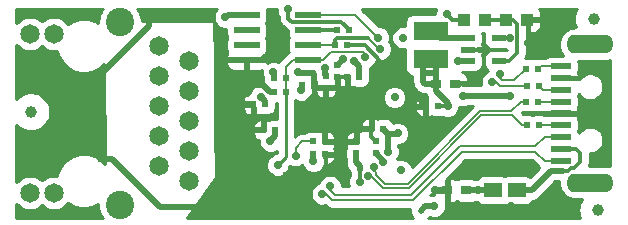
<source format=gbr>
G04 #@! TF.GenerationSoftware,KiCad,Pcbnew,5.99.0-unknown-efbc802~86~ubuntu18.04.1*
G04 #@! TF.CreationDate,2019-09-12T13:39:22+03:00*
G04 #@! TF.ProjectId,USB-GIGABIT_Rev_C,5553422d-4749-4474-9142-49545f526576,rev?*
G04 #@! TF.SameCoordinates,Original*
G04 #@! TF.FileFunction,Copper,L4,Bot*
G04 #@! TF.FilePolarity,Positive*
%FSLAX46Y46*%
G04 Gerber Fmt 4.6, Leading zero omitted, Abs format (unit mm)*
G04 Created by KiCad (PCBNEW 5.99.0-unknown-efbc802~86~ubuntu18.04.1) date 2019-09-12 13:39:22*
%MOMM*%
%LPD*%
G04 APERTURE LIST*
%ADD10R,1.200000X0.550000*%
%ADD11R,1.016000X1.016000*%
%ADD12R,3.000000X1.600000*%
%ADD13O,4.000000X1.600000*%
%ADD14R,1.800000X0.500000*%
%ADD15O,1.800000X1.800000*%
%ADD16C,0.600000*%
%ADD17C,1.000000*%
%ADD18R,0.500000X0.550000*%
%ADD19R,0.550000X0.500000*%
%ADD20R,0.900000X0.800000*%
%ADD21R,1.524000X1.270000*%
%ADD22C,2.400000*%
%ADD23C,1.650000*%
%ADD24R,2.200000X0.600000*%
%ADD25C,0.700000*%
%ADD26C,0.508000*%
%ADD27C,0.304800*%
%ADD28C,0.199900*%
%ADD29C,0.154940*%
%ADD30C,0.177800*%
%ADD31C,0.200000*%
%ADD32C,0.250000*%
%ADD33C,0.254000*%
G04 APERTURE END LIST*
D10*
X93850000Y-65550000D03*
X93850000Y-64600000D03*
X93850000Y-63650000D03*
X96450000Y-65550000D03*
X96450000Y-63650000D03*
D11*
X95289000Y-62050000D03*
X93511000Y-62050000D03*
X98889000Y-62050000D03*
X97111000Y-62050000D03*
D12*
X90700000Y-65400000D03*
X90700000Y-63000000D03*
D13*
X104200000Y-64150000D03*
X104200000Y-75850000D03*
D14*
X101700000Y-66000000D03*
X101700000Y-67000000D03*
X101700000Y-68000000D03*
X101700000Y-69000000D03*
X101700000Y-70000000D03*
X101700000Y-71000000D03*
X101700000Y-72000000D03*
X101700000Y-73000000D03*
X101700000Y-74000000D03*
D15*
X83500000Y-70405500D03*
D16*
X62450000Y-67200000D03*
X59055000Y-66675000D03*
X58610500Y-73914000D03*
X62750000Y-73850000D03*
X73342500Y-76517500D03*
X74993500Y-67881500D03*
X91150000Y-66600000D03*
X90050000Y-66600000D03*
X80250000Y-75700000D03*
X78422500Y-75184000D03*
X93600000Y-67500000D03*
X95200000Y-64600000D03*
X73150000Y-66100000D03*
X73000000Y-69650000D03*
X73723500Y-73533000D03*
D17*
X104850000Y-78200000D03*
X104500000Y-62000000D03*
X56850000Y-69850000D03*
D18*
X99847400Y-67650000D03*
X98831400Y-67650000D03*
X99808000Y-66200000D03*
X98792000Y-66200000D03*
D19*
X79768700Y-67576700D03*
X79768700Y-66560700D03*
D18*
X80708500Y-72374000D03*
X81724500Y-72374000D03*
D20*
X92100500Y-76517500D03*
X93700500Y-76517500D03*
D18*
X86677500Y-71294500D03*
X85661500Y-71294500D03*
D19*
X82791300Y-65874900D03*
X82791300Y-66890900D03*
D18*
X76695300Y-69240400D03*
X75679300Y-69240400D03*
D20*
X92750000Y-67500000D03*
X91150000Y-67500000D03*
D18*
X77546200Y-71399400D03*
X76530200Y-71399400D03*
D19*
X81838800Y-66827400D03*
X81838800Y-67843400D03*
D18*
X91308000Y-69400000D03*
X90292000Y-69400000D03*
X84645500Y-66903600D03*
X83629500Y-66903600D03*
X80708500Y-73453500D03*
X81724500Y-73453500D03*
D19*
X84391500Y-73390000D03*
X84391500Y-72374000D03*
X86042500Y-73390000D03*
X86042500Y-72374000D03*
D21*
X97980501Y-76517500D03*
X95948501Y-76517500D03*
D22*
X64389500Y-77747000D03*
X64389500Y-62253000D03*
D23*
X56769500Y-76731000D03*
X58801500Y-76731000D03*
X56769500Y-63269000D03*
X58801500Y-63269000D03*
X70231500Y-75715000D03*
X67691500Y-74445000D03*
X70231500Y-73175000D03*
X67691500Y-71905000D03*
X70231500Y-70635000D03*
X67691500Y-69365000D03*
X70231500Y-68095000D03*
X67691500Y-66825000D03*
X70231500Y-65555000D03*
X67691500Y-64285000D03*
D18*
X99796600Y-68999100D03*
X98780600Y-68999100D03*
X99847400Y-70993000D03*
X98831400Y-70993000D03*
X82740500Y-62912500D03*
X83756500Y-62912500D03*
X83629500Y-64182500D03*
X82613500Y-64182500D03*
X78422500Y-67040000D03*
X77406500Y-67040000D03*
X77406500Y-68183000D03*
X78422500Y-68183000D03*
D24*
X75124000Y-61642500D03*
X75124000Y-62912500D03*
X75124000Y-64182500D03*
X75124000Y-65452500D03*
X80324000Y-65452500D03*
X80324000Y-64182500D03*
X80324000Y-62912500D03*
X80324000Y-61642500D03*
D25*
X66850000Y-61400000D03*
X61350000Y-78550000D03*
X59250000Y-78450000D03*
X59300000Y-61550000D03*
X61350000Y-61550000D03*
X86500000Y-61900000D03*
X81754942Y-66156343D03*
X93446600Y-68491100D03*
X91020900Y-77851000D03*
X97409000Y-68516500D03*
X88350001Y-63600000D03*
X93000000Y-65550000D03*
X97395200Y-63650000D03*
X87650000Y-68650000D03*
X92050000Y-61600000D03*
X92130343Y-69396500D03*
X84219221Y-65591605D03*
X86277998Y-63593899D03*
X85166192Y-65246747D03*
X86443988Y-64547064D03*
X85438012Y-75297518D03*
X85916937Y-74559243D03*
X80772000Y-74053700D03*
X76296520Y-68583217D03*
X86654781Y-74079652D03*
X84707225Y-75787794D03*
X77114400Y-72326500D03*
X94742000Y-76517500D03*
X88164672Y-74819235D03*
X77393800Y-66535300D03*
X73304400Y-61861700D03*
X79733345Y-68033100D03*
X83277947Y-65414012D03*
X87895878Y-71691651D03*
X87083900Y-73240900D03*
X79260700Y-73583800D03*
X71348600Y-77939900D03*
X91059000Y-76517500D03*
X97536000Y-77851000D03*
X103568500Y-66675000D03*
X103441500Y-70294500D03*
X98950000Y-64000000D03*
X79438500Y-66484500D03*
X62534800Y-69596000D03*
X76717018Y-65332482D03*
X70815200Y-61734700D03*
X90652600Y-72453500D03*
X89890601Y-68745100D03*
X78650000Y-61200002D03*
X82185876Y-76164124D03*
X81514124Y-76835876D03*
X95906237Y-67330697D03*
X96577989Y-66658945D03*
X77749400Y-74371200D03*
D26*
X91150000Y-68100000D02*
X92130343Y-69080343D01*
X91150000Y-67500000D02*
X91150000Y-68100000D01*
X92130343Y-69080343D02*
X92130343Y-69396500D01*
X62750000Y-73850000D02*
X63695840Y-73850000D01*
X63695840Y-73850000D02*
X67785740Y-77939900D01*
X67785740Y-77939900D02*
X70853626Y-77939900D01*
X70853626Y-77939900D02*
X71348600Y-77939900D01*
X62450000Y-67000000D02*
X66850000Y-62600000D01*
X62450000Y-67200000D02*
X62450000Y-67000000D01*
X66850000Y-62600000D02*
X66850000Y-61400000D01*
X81838800Y-66827400D02*
X81754942Y-66743542D01*
X81754942Y-66743542D02*
X81754942Y-66651317D01*
X81754942Y-66651317D02*
X81754942Y-66156343D01*
X89850000Y-78250000D02*
X90249000Y-77851000D01*
X90249000Y-77851000D02*
X91020900Y-77851000D01*
X93472000Y-68516500D02*
X93446600Y-68491100D01*
X97409000Y-68516500D02*
X93472000Y-68516500D01*
D27*
X86804500Y-65525615D02*
X86804500Y-66020589D01*
D26*
X90050000Y-66600000D02*
X90050000Y-67358000D01*
X90050000Y-67358000D02*
X90192000Y-67500000D01*
X90192000Y-67500000D02*
X91150000Y-67500000D01*
X91150000Y-66600000D02*
X91150000Y-67500000D01*
D27*
X93850000Y-65550000D02*
X93000000Y-65550000D01*
D28*
X96450000Y-63650000D02*
X97395200Y-63650000D01*
D27*
X97354800Y-65550000D02*
X98050000Y-64854800D01*
X96450000Y-65550000D02*
X97354800Y-65550000D01*
X98050000Y-64854800D02*
X98050000Y-62450000D01*
X97650000Y-62050000D02*
X97111000Y-62050000D01*
X98050000Y-62450000D02*
X97650000Y-62050000D01*
X92500000Y-62050000D02*
X92050000Y-61600000D01*
X93511000Y-62050000D02*
X92500000Y-62050000D01*
X97111000Y-62050000D02*
X95289000Y-62050000D01*
D26*
X90050000Y-66600000D02*
X90050000Y-66050000D01*
X90050000Y-66050000D02*
X90700000Y-65400000D01*
X91150000Y-66600000D02*
X91150000Y-65850000D01*
X91150000Y-65850000D02*
X90700000Y-65400000D01*
X90050000Y-66600000D02*
X91150000Y-66600000D01*
X91500000Y-63650000D02*
X90850000Y-63000000D01*
X90850000Y-63000000D02*
X90700000Y-63000000D01*
X93150000Y-63650000D02*
X91500000Y-63650000D01*
D27*
X93850000Y-63650000D02*
X93150000Y-63650000D01*
X93150000Y-63650000D02*
X91350000Y-63650000D01*
X91350000Y-63650000D02*
X91175000Y-63475000D01*
D26*
X90700000Y-63000000D02*
X91175000Y-63475000D01*
X84645500Y-66017884D02*
X84219221Y-65591605D01*
X84645500Y-66903600D02*
X84645500Y-66017884D01*
D28*
X84326599Y-61642500D02*
X85927999Y-63243900D01*
X85927999Y-63243900D02*
X86277998Y-63593899D01*
X80324000Y-61642500D02*
X84326599Y-61642500D01*
X78422500Y-66565100D02*
X78422500Y-67040000D01*
X78422500Y-66054100D02*
X78422500Y-66565100D01*
X79024100Y-65452500D02*
X78422500Y-66054100D01*
X80324000Y-65452500D02*
X79024100Y-65452500D01*
X78422500Y-67040000D02*
X78422500Y-68183000D01*
D29*
X85166192Y-65011292D02*
X85166192Y-65246747D01*
X84950300Y-64795400D02*
X85166192Y-65011292D01*
X82236040Y-64795400D02*
X84950300Y-64795400D01*
X81578940Y-65452500D02*
X82236040Y-64795400D01*
X80324000Y-65452500D02*
X81578940Y-65452500D01*
D28*
X81623900Y-64182500D02*
X80324000Y-64182500D01*
X81623900Y-64182500D02*
X82613500Y-64182500D01*
X85420749Y-63627549D02*
X86340264Y-64547064D01*
X86340264Y-64547064D02*
X86443988Y-64547064D01*
D27*
X82613500Y-63754000D02*
X82613500Y-64182500D01*
X82792401Y-63575099D02*
X82613500Y-63754000D01*
X85368299Y-63575099D02*
X82792401Y-63575099D01*
X85420749Y-63627549D02*
X85368299Y-63575099D01*
X82740500Y-62912500D02*
X80324000Y-62912500D01*
D30*
X98403600Y-70993000D02*
X97578100Y-70167500D01*
X98831400Y-70993000D02*
X98403600Y-70993000D01*
X85683450Y-75297518D02*
X86662132Y-76276200D01*
X85438012Y-75297518D02*
X85683450Y-75297518D01*
X86662132Y-76276200D02*
X88879488Y-76276200D01*
X94988188Y-70167500D02*
X97578100Y-70167500D01*
X88879488Y-76276200D02*
X94988188Y-70167500D01*
D28*
X101703500Y-71000000D02*
X99879800Y-71000000D01*
X99797500Y-69000000D02*
X99796600Y-68999100D01*
X101703500Y-69000000D02*
X99797500Y-69000000D01*
D30*
X98780600Y-68999100D02*
X98352800Y-68999100D01*
X98352800Y-68999100D02*
X97514600Y-69837300D01*
X86056913Y-75204007D02*
X86798906Y-75946000D01*
X86056913Y-75000445D02*
X86056913Y-75204007D01*
X85916937Y-74860469D02*
X86056913Y-75000445D01*
X85916937Y-74559243D02*
X85916937Y-74860469D01*
X86798906Y-75946000D02*
X88742712Y-75946000D01*
X94851412Y-69837300D02*
X97514600Y-69837300D01*
X88742712Y-75946000D02*
X94851412Y-69837300D01*
D26*
X99250501Y-76517500D02*
X100901501Y-74866500D01*
X97980501Y-76517500D02*
X99250501Y-76517500D01*
X100901501Y-74866500D02*
X101917500Y-74866500D01*
D27*
X102869421Y-74582401D02*
X103378000Y-74073822D01*
X102582599Y-74582401D02*
X102869421Y-74582401D01*
X102298500Y-74866500D02*
X102582599Y-74582401D01*
X101917500Y-74866500D02*
X102298500Y-74866500D01*
X103378000Y-74073822D02*
X103378000Y-73342500D01*
X103035500Y-73000000D02*
X101703500Y-73000000D01*
X103378000Y-73342500D02*
X103035500Y-73000000D01*
D28*
X86654781Y-73977281D02*
X86654781Y-74079652D01*
D26*
X86654781Y-74002281D02*
X86042500Y-73390000D01*
X86654781Y-74079652D02*
X86654781Y-74002281D01*
X84707225Y-74463725D02*
X84707225Y-74815700D01*
X84391500Y-74148000D02*
X84707225Y-74463725D01*
X84391500Y-73390000D02*
X84391500Y-74148000D01*
D27*
X84707225Y-74815700D02*
X84707225Y-75787794D01*
D26*
X80708500Y-73990200D02*
X80772000Y-74053700D01*
X80708500Y-73453500D02*
X80708500Y-73990200D01*
X77546200Y-71894700D02*
X77114400Y-72326500D01*
X77546200Y-71399400D02*
X77546200Y-71894700D01*
X76695300Y-68981997D02*
X76296520Y-68583217D01*
X76695300Y-69240400D02*
X76695300Y-68981997D01*
X94742000Y-76517500D02*
X93789500Y-76517500D01*
X95948501Y-76517500D02*
X94742000Y-76517500D01*
D28*
X79768700Y-68026600D02*
X79762200Y-68033100D01*
X79762200Y-68033100D02*
X79733345Y-68033100D01*
X79768700Y-67576700D02*
X79768700Y-68026600D01*
X79260700Y-73583800D02*
X79260700Y-72936100D01*
X79822800Y-72374000D02*
X80708500Y-72374000D01*
X79260700Y-72936100D02*
X79822800Y-72374000D01*
D26*
X87083900Y-71700900D02*
X87083900Y-73240900D01*
X86677500Y-71294500D02*
X87083900Y-71700900D01*
X87883329Y-71704200D02*
X87895878Y-71691651D01*
X87096600Y-71704200D02*
X87883329Y-71704200D01*
X86686900Y-71294500D02*
X87096600Y-71704200D01*
X86677500Y-71294500D02*
X86686900Y-71294500D01*
X77406500Y-66548000D02*
X77393800Y-66535300D01*
X77406500Y-67040000D02*
X77406500Y-66548000D01*
X82817059Y-65874900D02*
X83277947Y-65414012D01*
X82791300Y-65874900D02*
X82817059Y-65874900D01*
X73523600Y-61642500D02*
X73304400Y-61861700D01*
X75124000Y-61642500D02*
X73523600Y-61642500D01*
X92011500Y-76517500D02*
X91059000Y-76517500D01*
D27*
X103243500Y-67000000D02*
X103568500Y-66675000D01*
X101703500Y-67000000D02*
X103243500Y-67000000D01*
X103147000Y-70000000D02*
X103441500Y-70294500D01*
X101703500Y-70000000D02*
X103147000Y-70000000D01*
X79514700Y-66560700D02*
X79438500Y-66484500D01*
X79768700Y-66560700D02*
X79514700Y-66560700D01*
X83604100Y-66890900D02*
X83616800Y-66903600D01*
X82791300Y-66890900D02*
X83604100Y-66890900D01*
X82791300Y-66890900D02*
X82791300Y-67995800D01*
X83500000Y-68704500D02*
X83500000Y-70405500D01*
X82791300Y-67995800D02*
X83500000Y-68704500D01*
X85661500Y-71993000D02*
X86042500Y-72374000D01*
X85661500Y-71294500D02*
X85661500Y-71993000D01*
X84389000Y-71294500D02*
X83500000Y-70405500D01*
X85661500Y-71294500D02*
X84389000Y-71294500D01*
X83690500Y-70215000D02*
X83500000Y-70405500D01*
X84391500Y-71297000D02*
X83500000Y-70405500D01*
X84391500Y-72374000D02*
X84391500Y-71297000D01*
D28*
X76597000Y-65452500D02*
X76717018Y-65332482D01*
X75124000Y-65452500D02*
X76597000Y-65452500D01*
D26*
X74921300Y-69240400D02*
X74460100Y-68779200D01*
X75679300Y-69240400D02*
X74921300Y-69240400D01*
X74460100Y-68414900D02*
X74993500Y-67881500D01*
X74460100Y-68779200D02*
X74460100Y-68414900D01*
X75293499Y-67581501D02*
X74993500Y-67881500D01*
X76535001Y-67581501D02*
X75293499Y-67581501D01*
X77136500Y-68183000D02*
X76535001Y-67581501D01*
X77406500Y-68183000D02*
X77136500Y-68183000D01*
D27*
X86454501Y-65670590D02*
X86804500Y-66020589D01*
X86454501Y-65525102D02*
X86454501Y-65670590D01*
X85111899Y-64182500D02*
X86454501Y-65525102D01*
X83629500Y-64182500D02*
X85111899Y-64182500D01*
D26*
X81838800Y-68744300D02*
X82100000Y-69005500D01*
X81838800Y-67843400D02*
X81838800Y-68744300D01*
D27*
X78650000Y-61966822D02*
X78650000Y-61694976D01*
X78650000Y-61694976D02*
X78650000Y-61200002D01*
X78958079Y-62274901D02*
X78650000Y-61966822D01*
X83143901Y-62274901D02*
X78958079Y-62274901D01*
X83756500Y-62887500D02*
X83143901Y-62274901D01*
X83756500Y-62912500D02*
X83756500Y-62887500D01*
X89890601Y-68745100D02*
X89890601Y-69240601D01*
X90050000Y-69400000D02*
X90292000Y-69400000D01*
X89890601Y-69240601D02*
X90050000Y-69400000D01*
X91311500Y-69396500D02*
X91308000Y-69400000D01*
X92130343Y-69396500D02*
X91311500Y-69396500D01*
D31*
X99574999Y-72775000D02*
X93156800Y-72775000D01*
X101700000Y-72000000D02*
X100349999Y-72000000D01*
X99574999Y-73225000D02*
X93343200Y-73225000D01*
X100349999Y-72000000D02*
X99574999Y-72775000D01*
X101700000Y-74000000D02*
X100349999Y-74000000D01*
X100349999Y-74000000D02*
X99574999Y-73225000D01*
X93156800Y-72775000D02*
X89037200Y-76894600D01*
X93343200Y-73225000D02*
X89223600Y-77344600D01*
X82185876Y-76517677D02*
X82185876Y-76164124D01*
X82562799Y-76894600D02*
X82185876Y-76517677D01*
X82376401Y-77344600D02*
X81867677Y-76835876D01*
X89223600Y-77344600D02*
X82376401Y-77344600D01*
X89037200Y-76894600D02*
X82562799Y-76894600D01*
X81867677Y-76835876D02*
X81514124Y-76835876D01*
X96259790Y-67330697D02*
X95906237Y-67330697D01*
X96579093Y-67650000D02*
X96259790Y-67330697D01*
X98831400Y-67650000D02*
X96579093Y-67650000D01*
X96577989Y-67012498D02*
X96577989Y-66658945D01*
X97792000Y-67200000D02*
X96765491Y-67200000D01*
X98792000Y-66200000D02*
X97792000Y-67200000D01*
X96765491Y-67200000D02*
X96577989Y-67012498D01*
D28*
X100008000Y-66000000D02*
X99808000Y-66200000D01*
X101700000Y-66000000D02*
X100008000Y-66000000D01*
X100197400Y-68000000D02*
X99847400Y-67650000D01*
X101700000Y-68000000D02*
X100197400Y-68000000D01*
D32*
X78422500Y-68183000D02*
X78422500Y-73698100D01*
X78422500Y-73698100D02*
X77749400Y-74371200D01*
D33*
G36*
X60124951Y-77654345D02*
G01*
X60399406Y-77801507D01*
X60691294Y-77910059D01*
X60995213Y-77977993D01*
X61305540Y-78004052D01*
X61616533Y-77987754D01*
X61922437Y-77929400D01*
X62217590Y-77830069D01*
X62496532Y-77691601D01*
X62555236Y-77651706D01*
X62550920Y-77692432D01*
X62563821Y-77971165D01*
X62618734Y-78244740D01*
X62714397Y-78506861D01*
X62848609Y-78751495D01*
X62936313Y-78866000D01*
X55634000Y-78866000D01*
X55634000Y-77647563D01*
X55733891Y-77766609D01*
X55929456Y-77930707D01*
X56150545Y-78058353D01*
X56390441Y-78145669D01*
X56641855Y-78189999D01*
X56897145Y-78189999D01*
X57148559Y-78145669D01*
X57388455Y-78058353D01*
X57609544Y-77930707D01*
X57785500Y-77783063D01*
X57961456Y-77930707D01*
X58182545Y-78058353D01*
X58422441Y-78145669D01*
X58673855Y-78189999D01*
X58929145Y-78189999D01*
X59180559Y-78145669D01*
X59420455Y-78058353D01*
X59641544Y-77930707D01*
X59837109Y-77766609D01*
X60001207Y-77571044D01*
X60003893Y-77566391D01*
X60124951Y-77654345D01*
X60124951Y-77654345D01*
G37*
X60124951Y-77654345D02*
X60399406Y-77801507D01*
X60691294Y-77910059D01*
X60995213Y-77977993D01*
X61305540Y-78004052D01*
X61616533Y-77987754D01*
X61922437Y-77929400D01*
X62217590Y-77830069D01*
X62496532Y-77691601D01*
X62555236Y-77651706D01*
X62550920Y-77692432D01*
X62563821Y-77971165D01*
X62618734Y-78244740D01*
X62714397Y-78506861D01*
X62848609Y-78751495D01*
X62936313Y-78866000D01*
X55634000Y-78866000D01*
X55634000Y-77647563D01*
X55733891Y-77766609D01*
X55929456Y-77930707D01*
X56150545Y-78058353D01*
X56390441Y-78145669D01*
X56641855Y-78189999D01*
X56897145Y-78189999D01*
X57148559Y-78145669D01*
X57388455Y-78058353D01*
X57609544Y-77930707D01*
X57785500Y-77783063D01*
X57961456Y-77930707D01*
X58182545Y-78058353D01*
X58422441Y-78145669D01*
X58673855Y-78189999D01*
X58929145Y-78189999D01*
X59180559Y-78145669D01*
X59420455Y-78058353D01*
X59641544Y-77930707D01*
X59837109Y-77766609D01*
X60001207Y-77571044D01*
X60003893Y-77566391D01*
X60124951Y-77654345D01*
G36*
X77666001Y-61329548D02*
G01*
X77733059Y-61579811D01*
X77862605Y-61804192D01*
X77863600Y-61805187D01*
X77863600Y-61920133D01*
X77855118Y-61991802D01*
X77874139Y-62095950D01*
X77889881Y-62200661D01*
X77895339Y-62212028D01*
X77898519Y-62229437D01*
X77921039Y-62265547D01*
X77992244Y-62413831D01*
X78057635Y-62484571D01*
X78060987Y-62489946D01*
X78082350Y-62511308D01*
X78152760Y-62587478D01*
X78166502Y-62595460D01*
X78368990Y-62797948D01*
X78413676Y-62854631D01*
X78500767Y-62914824D01*
X78582163Y-62974942D01*
X78582163Y-63229088D01*
X78662795Y-63530012D01*
X78682127Y-63553051D01*
X78619044Y-63662314D01*
X78582163Y-63871476D01*
X78582163Y-64499088D01*
X78662795Y-64800012D01*
X78666851Y-64804845D01*
X78639429Y-64824768D01*
X78587318Y-64851320D01*
X78538951Y-64899688D01*
X77986069Y-65452571D01*
X77986065Y-65452573D01*
X77821320Y-65617319D01*
X77810066Y-65639407D01*
X77773609Y-65618359D01*
X77523346Y-65551301D01*
X77264254Y-65551301D01*
X77013991Y-65618359D01*
X76865837Y-65703895D01*
X76865837Y-65580500D01*
X75252000Y-65580500D01*
X75252000Y-66394337D01*
X76240588Y-66394337D01*
X76426185Y-66344607D01*
X76409801Y-66405754D01*
X76409801Y-66664846D01*
X76476859Y-66915109D01*
X76514663Y-66980588D01*
X76514663Y-67331588D01*
X76591548Y-67618526D01*
X76579031Y-67640205D01*
X76426066Y-67599218D01*
X76166974Y-67599218D01*
X75916711Y-67666276D01*
X75692330Y-67795822D01*
X75509125Y-67979027D01*
X75379579Y-68203408D01*
X75342330Y-68342422D01*
X75111789Y-68404195D01*
X74936135Y-68551585D01*
X74824344Y-68745214D01*
X74787463Y-68954376D01*
X74787463Y-69116400D01*
X75468129Y-69116400D01*
X75509125Y-69187407D01*
X75692330Y-69370612D01*
X75803300Y-69434681D01*
X75803300Y-70195443D01*
X76180234Y-70094445D01*
X76225114Y-70120356D01*
X76434276Y-70157237D01*
X76961888Y-70157237D01*
X77262812Y-70076605D01*
X77438465Y-69929215D01*
X77550256Y-69735586D01*
X77587137Y-69526424D01*
X77587137Y-69099837D01*
X77663500Y-69099837D01*
X77663500Y-70482563D01*
X77279612Y-70482563D01*
X77045267Y-70545356D01*
X77000387Y-70519444D01*
X76654200Y-70458402D01*
X76654200Y-71455972D01*
X76537412Y-71523400D01*
X75638363Y-71523400D01*
X75638363Y-71690988D01*
X75718995Y-71991912D01*
X75866385Y-72167565D01*
X76060014Y-72279356D01*
X76130401Y-72291767D01*
X76130401Y-72456046D01*
X76197459Y-72706309D01*
X76327005Y-72930690D01*
X76510210Y-73113895D01*
X76734591Y-73243441D01*
X76984854Y-73310499D01*
X77243946Y-73310499D01*
X77494209Y-73243441D01*
X77663501Y-73145701D01*
X77663501Y-73383712D01*
X77660012Y-73387201D01*
X77619854Y-73387201D01*
X77369591Y-73454259D01*
X77145210Y-73583805D01*
X76962005Y-73767010D01*
X76832459Y-73991391D01*
X76765401Y-74241654D01*
X76765401Y-74500746D01*
X76832459Y-74751009D01*
X76962005Y-74975390D01*
X77145210Y-75158595D01*
X77369591Y-75288141D01*
X77619854Y-75355199D01*
X77878946Y-75355199D01*
X78129209Y-75288141D01*
X78353590Y-75158595D01*
X78536795Y-74975390D01*
X78666341Y-74751009D01*
X78733399Y-74500746D01*
X78733399Y-74460588D01*
X78761929Y-74432058D01*
X78880891Y-74500741D01*
X79131154Y-74567799D01*
X79390246Y-74567799D01*
X79640509Y-74500741D01*
X79841916Y-74384459D01*
X79855059Y-74433509D01*
X79984605Y-74657890D01*
X80167810Y-74841095D01*
X80392191Y-74970641D01*
X80642454Y-75037699D01*
X80901546Y-75037699D01*
X81151809Y-74970641D01*
X81376190Y-74841095D01*
X81559395Y-74657890D01*
X81688941Y-74433509D01*
X81755999Y-74183246D01*
X81755999Y-73924154D01*
X81688941Y-73673891D01*
X81633290Y-73577500D01*
X81848500Y-73577500D01*
X81848500Y-74408543D01*
X82292012Y-74289705D01*
X82467665Y-74142315D01*
X82579456Y-73948686D01*
X82616337Y-73739524D01*
X82616337Y-73577500D01*
X81848500Y-73577500D01*
X81633290Y-73577500D01*
X81600500Y-73520706D01*
X81600500Y-73329500D01*
X82616337Y-73329500D01*
X82616337Y-73161912D01*
X82551074Y-72918345D01*
X82579456Y-72869186D01*
X82616337Y-72660024D01*
X82616337Y-72498000D01*
X81600500Y-72498000D01*
X81600500Y-72250000D01*
X81848500Y-72250000D01*
X82616337Y-72250000D01*
X83450502Y-72250000D01*
X84267500Y-72250000D01*
X84267500Y-71482163D01*
X84099912Y-71482163D01*
X83798989Y-71562795D01*
X83623335Y-71710185D01*
X83511544Y-71903814D01*
X83450502Y-72250000D01*
X82616337Y-72250000D01*
X82616337Y-72082412D01*
X82535705Y-71781489D01*
X82388315Y-71605835D01*
X82194686Y-71494044D01*
X81848500Y-71433002D01*
X81848500Y-72250000D01*
X81600500Y-72250000D01*
X81600500Y-71418957D01*
X81223567Y-71519956D01*
X81178687Y-71494044D01*
X80969524Y-71457163D01*
X80441912Y-71457163D01*
X80140989Y-71537795D01*
X80019126Y-71640050D01*
X79764526Y-71640050D01*
X79764520Y-71640051D01*
X79706553Y-71640051D01*
X79650941Y-71658120D01*
X79593170Y-71667271D01*
X79541058Y-71693822D01*
X79485439Y-71711895D01*
X79438129Y-71746269D01*
X79386018Y-71772820D01*
X79337651Y-71821188D01*
X79181500Y-71977339D01*
X79181500Y-71008476D01*
X84769663Y-71008476D01*
X84769663Y-71170500D01*
X85537500Y-71170500D01*
X85537500Y-70339457D01*
X85093989Y-70458295D01*
X84918335Y-70605685D01*
X84806544Y-70799314D01*
X84769663Y-71008476D01*
X79181500Y-71008476D01*
X79181500Y-68850716D01*
X79353536Y-68950041D01*
X79603799Y-69017099D01*
X79862891Y-69017099D01*
X80113154Y-68950041D01*
X80337535Y-68820495D01*
X80520740Y-68637290D01*
X80650286Y-68412909D01*
X80717344Y-68162646D01*
X80717344Y-67967400D01*
X80883757Y-67967400D01*
X81002595Y-68410912D01*
X81149985Y-68586565D01*
X81343614Y-68698356D01*
X81552776Y-68735237D01*
X81714800Y-68735237D01*
X81714800Y-67967400D01*
X81962800Y-67967400D01*
X81962800Y-68735237D01*
X82130388Y-68735237D01*
X82431312Y-68654605D01*
X82591187Y-68520454D01*
X86666001Y-68520454D01*
X86666001Y-68779546D01*
X86733059Y-69029809D01*
X86862605Y-69254190D01*
X87045810Y-69437395D01*
X87270191Y-69566941D01*
X87520454Y-69633999D01*
X87779546Y-69633999D01*
X88029809Y-69566941D01*
X88104185Y-69524000D01*
X89400163Y-69524000D01*
X89400163Y-69691588D01*
X89480795Y-69992512D01*
X89628185Y-70168165D01*
X89821814Y-70279956D01*
X90168000Y-70340998D01*
X90168000Y-69524000D01*
X89400163Y-69524000D01*
X88104185Y-69524000D01*
X88254190Y-69437395D01*
X88437395Y-69254190D01*
X88518347Y-69113976D01*
X89400163Y-69113976D01*
X89400163Y-69276000D01*
X90168000Y-69276000D01*
X90168000Y-68444957D01*
X89724489Y-68563795D01*
X89548835Y-68711185D01*
X89437044Y-68904814D01*
X89400163Y-69113976D01*
X88518347Y-69113976D01*
X88566941Y-69029809D01*
X88633999Y-68779546D01*
X88633999Y-68520454D01*
X88566941Y-68270191D01*
X88437395Y-68045810D01*
X88254190Y-67862605D01*
X88029809Y-67733059D01*
X87779546Y-67666001D01*
X87520454Y-67666001D01*
X87270191Y-67733059D01*
X87045810Y-67862605D01*
X86862605Y-68045810D01*
X86733059Y-68270191D01*
X86666001Y-68520454D01*
X82591187Y-68520454D01*
X82606965Y-68507215D01*
X82718756Y-68313586D01*
X82779798Y-67967400D01*
X81962800Y-67967400D01*
X81714800Y-67967400D01*
X80883757Y-67967400D01*
X80717344Y-67967400D01*
X80717344Y-67903554D01*
X80685537Y-67784848D01*
X80685537Y-67310112D01*
X80622744Y-67075767D01*
X80648656Y-67030887D01*
X80709698Y-66684700D01*
X79644700Y-66684700D01*
X79644700Y-66436700D01*
X80723743Y-66436700D01*
X80712392Y-66394337D01*
X80800002Y-66394337D01*
X80838001Y-66536152D01*
X80866942Y-66586279D01*
X80866942Y-66644058D01*
X80860711Y-66671594D01*
X80866942Y-66772023D01*
X80866942Y-66807228D01*
X80870795Y-66834132D01*
X80876461Y-66925466D01*
X80888750Y-66959508D01*
X80893881Y-66995333D01*
X80921963Y-67057097D01*
X80921963Y-67093988D01*
X80984755Y-67328334D01*
X80958844Y-67373214D01*
X80897802Y-67719400D01*
X81858878Y-67719400D01*
X81899817Y-67722442D01*
X81914068Y-67719400D01*
X82667300Y-67719400D01*
X82667300Y-67386710D01*
X82718756Y-67297586D01*
X82755637Y-67088424D01*
X82755637Y-66768477D01*
X82781062Y-66766900D01*
X82915300Y-66766900D01*
X82915300Y-67782737D01*
X83082888Y-67782737D01*
X83134119Y-67769010D01*
X83159314Y-67783556D01*
X83505500Y-67844598D01*
X83505500Y-66779600D01*
X83753500Y-66779600D01*
X83753500Y-67858643D01*
X84130434Y-67757645D01*
X84175314Y-67783556D01*
X84384476Y-67820437D01*
X84912088Y-67820437D01*
X85213012Y-67739805D01*
X85388665Y-67592415D01*
X85500456Y-67398786D01*
X85537337Y-67189624D01*
X85537337Y-66612012D01*
X85533500Y-66597691D01*
X85533500Y-66167038D01*
X85546001Y-66163688D01*
X85770382Y-66034142D01*
X85953587Y-65850937D01*
X86083133Y-65626556D01*
X86122501Y-65479632D01*
X86314442Y-65531063D01*
X86573534Y-65531063D01*
X86823797Y-65464005D01*
X87048178Y-65334459D01*
X87231383Y-65151254D01*
X87360929Y-64926873D01*
X87427987Y-64676610D01*
X87427987Y-64417518D01*
X87360929Y-64167255D01*
X87231383Y-63942874D01*
X87209156Y-63920648D01*
X87261997Y-63723445D01*
X87261997Y-63464353D01*
X87194939Y-63214090D01*
X87065393Y-62989709D01*
X86882188Y-62806504D01*
X86657807Y-62676958D01*
X86407544Y-62609900D01*
X86331962Y-62609900D01*
X84928127Y-61206067D01*
X84928126Y-61206065D01*
X84856061Y-61134000D01*
X91182821Y-61134000D01*
X91133059Y-61220191D01*
X91066001Y-61470454D01*
X91066001Y-61558163D01*
X89183412Y-61558163D01*
X88882489Y-61638795D01*
X88706835Y-61786185D01*
X88595044Y-61979814D01*
X88558163Y-62188976D01*
X88558163Y-62637066D01*
X88479547Y-62616001D01*
X88220455Y-62616001D01*
X87970192Y-62683059D01*
X87745811Y-62812605D01*
X87562606Y-62995810D01*
X87433060Y-63220191D01*
X87366002Y-63470454D01*
X87366002Y-63729546D01*
X87433060Y-63979809D01*
X87562606Y-64204190D01*
X87745811Y-64387395D01*
X87970192Y-64516941D01*
X88220455Y-64583999D01*
X88479547Y-64583999D01*
X88562983Y-64561642D01*
X88558163Y-64588976D01*
X88558163Y-66216588D01*
X88638795Y-66517512D01*
X88786185Y-66693165D01*
X88979814Y-66804956D01*
X89144839Y-66834054D01*
X89158150Y-66896679D01*
X89162000Y-66905011D01*
X89162000Y-67258516D01*
X89155769Y-67286052D01*
X89162000Y-67386481D01*
X89162000Y-67421687D01*
X89165853Y-67448591D01*
X89171519Y-67539923D01*
X89183809Y-67573967D01*
X89188940Y-67609793D01*
X89226812Y-67693086D01*
X89258023Y-67779541D01*
X89279026Y-67807927D01*
X89294221Y-67841344D01*
X89361725Y-67919686D01*
X89378399Y-67942219D01*
X89398219Y-67962039D01*
X89460257Y-68034037D01*
X89488568Y-68052387D01*
X89493741Y-68057560D01*
X89508808Y-68081441D01*
X89584253Y-68148072D01*
X89609124Y-68172943D01*
X89630858Y-68189232D01*
X89699459Y-68249819D01*
X89732225Y-68265203D01*
X89761182Y-68286905D01*
X89846866Y-68319027D01*
X89930063Y-68358087D01*
X89964985Y-68363307D01*
X89999358Y-68376192D01*
X90102481Y-68383856D01*
X90130211Y-68388000D01*
X90158250Y-68388000D01*
X90253018Y-68395042D01*
X90282483Y-68388752D01*
X90286186Y-68393165D01*
X90315426Y-68410047D01*
X90326812Y-68435089D01*
X90358023Y-68521542D01*
X90379026Y-68549925D01*
X90394220Y-68583343D01*
X90416000Y-68608620D01*
X90416000Y-70355043D01*
X90792934Y-70254045D01*
X90837814Y-70279956D01*
X91046976Y-70316837D01*
X91574588Y-70316837D01*
X91698779Y-70283561D01*
X91750534Y-70313441D01*
X92000797Y-70380499D01*
X92259889Y-70380499D01*
X92510152Y-70313441D01*
X92734533Y-70183895D01*
X92917738Y-70000690D01*
X93047284Y-69776309D01*
X93114342Y-69526046D01*
X93114342Y-69420782D01*
X93317054Y-69475099D01*
X93576146Y-69475099D01*
X93826410Y-69408041D01*
X93832543Y-69404500D01*
X94261877Y-69404500D01*
X89112327Y-74554052D01*
X89081613Y-74439426D01*
X88952067Y-74215045D01*
X88768862Y-74031840D01*
X88544481Y-73902294D01*
X88294218Y-73835236D01*
X88035126Y-73835236D01*
X87824789Y-73891596D01*
X87871295Y-73845090D01*
X88000841Y-73620709D01*
X88067899Y-73370446D01*
X88067899Y-73111354D01*
X88000841Y-72861091D01*
X87971900Y-72810964D01*
X87971900Y-72675650D01*
X88025424Y-72675650D01*
X88275687Y-72608592D01*
X88500068Y-72479046D01*
X88683273Y-72295841D01*
X88812819Y-72071460D01*
X88879877Y-71821197D01*
X88879877Y-71562105D01*
X88812819Y-71311842D01*
X88683273Y-71087461D01*
X88500068Y-70904256D01*
X88275687Y-70774710D01*
X88025424Y-70707652D01*
X87766332Y-70707652D01*
X87516069Y-70774710D01*
X87509246Y-70778649D01*
X87488705Y-70701989D01*
X87341315Y-70526335D01*
X87147686Y-70414544D01*
X86938524Y-70377663D01*
X86410912Y-70377663D01*
X86176567Y-70440456D01*
X86131687Y-70414544D01*
X85785500Y-70353502D01*
X85785500Y-71212696D01*
X85783270Y-71222553D01*
X85785500Y-71258503D01*
X85785500Y-71418500D01*
X84769663Y-71418500D01*
X84769663Y-71498410D01*
X84677524Y-71482163D01*
X84515500Y-71482163D01*
X84515500Y-72498000D01*
X83436457Y-72498000D01*
X83537455Y-72874934D01*
X83511544Y-72919814D01*
X83474663Y-73128976D01*
X83474663Y-73656588D01*
X83503500Y-73764210D01*
X83503500Y-74048516D01*
X83497269Y-74076052D01*
X83503500Y-74176481D01*
X83503500Y-74211687D01*
X83507353Y-74238591D01*
X83513019Y-74329923D01*
X83525309Y-74363967D01*
X83530440Y-74399793D01*
X83568312Y-74483086D01*
X83599523Y-74569541D01*
X83620526Y-74597927D01*
X83635721Y-74631344D01*
X83703225Y-74709686D01*
X83719899Y-74732219D01*
X83739720Y-74752040D01*
X83801757Y-74824037D01*
X83819225Y-74835359D01*
X83819225Y-74879386D01*
X83846164Y-75067492D01*
X83908153Y-75203830D01*
X83790284Y-75407985D01*
X83723226Y-75658248D01*
X83723226Y-75917340D01*
X83788408Y-76160600D01*
X83169875Y-76160600D01*
X83169875Y-76034578D01*
X83102817Y-75784315D01*
X82973271Y-75559934D01*
X82790066Y-75376729D01*
X82565685Y-75247183D01*
X82315422Y-75180125D01*
X82056330Y-75180125D01*
X81806067Y-75247183D01*
X81581686Y-75376729D01*
X81398481Y-75559934D01*
X81268935Y-75784315D01*
X81240486Y-75890486D01*
X81134315Y-75918935D01*
X80909934Y-76048481D01*
X80726729Y-76231686D01*
X80597183Y-76456067D01*
X80530125Y-76706330D01*
X80530125Y-76965422D01*
X80597183Y-77215685D01*
X80726729Y-77440066D01*
X80909934Y-77623271D01*
X81134315Y-77752817D01*
X81384578Y-77819875D01*
X81643670Y-77819875D01*
X81777724Y-77783956D01*
X81897547Y-77903779D01*
X81897554Y-77903785D01*
X81939589Y-77945820D01*
X81991704Y-77972375D01*
X82039018Y-78006749D01*
X82094643Y-78024823D01*
X82146755Y-78051376D01*
X82204525Y-78060526D01*
X82260147Y-78078599D01*
X82318122Y-78078599D01*
X82318128Y-78078600D01*
X88972229Y-78078600D01*
X88954958Y-78311017D01*
X89008059Y-78559773D01*
X89128844Y-78783627D01*
X89210216Y-78866000D01*
X70102081Y-78866000D01*
X72526456Y-75388936D01*
X72477313Y-71113376D01*
X75638363Y-71113376D01*
X75638363Y-71275400D01*
X76406200Y-71275400D01*
X76406200Y-70444357D01*
X75962689Y-70563195D01*
X75787035Y-70710585D01*
X75675244Y-70904214D01*
X75638363Y-71113376D01*
X72477313Y-71113376D01*
X72457209Y-69364400D01*
X74787463Y-69364400D01*
X74787463Y-69531988D01*
X74868095Y-69832912D01*
X75015485Y-70008565D01*
X75209114Y-70120356D01*
X75555300Y-70181398D01*
X75555300Y-69364400D01*
X74787463Y-69364400D01*
X72457209Y-69364400D01*
X72413716Y-65580500D01*
X73382163Y-65580500D01*
X73382163Y-65769088D01*
X73462795Y-66070012D01*
X73610185Y-66245665D01*
X73803814Y-66357456D01*
X74012976Y-66394337D01*
X74996000Y-66394337D01*
X74996000Y-65580500D01*
X73382163Y-65580500D01*
X72413716Y-65580500D01*
X72374793Y-62194238D01*
X72387459Y-62241509D01*
X72517005Y-62465890D01*
X72700210Y-62649095D01*
X72924591Y-62778641D01*
X73174854Y-62845699D01*
X73382163Y-62845699D01*
X73382163Y-63229088D01*
X73462795Y-63530012D01*
X73482127Y-63553051D01*
X73419044Y-63662314D01*
X73382163Y-63871476D01*
X73382163Y-64499088D01*
X73462795Y-64800012D01*
X73482127Y-64823051D01*
X73419044Y-64932314D01*
X73382163Y-65141476D01*
X73382163Y-65324500D01*
X76865837Y-65324500D01*
X76865837Y-65135912D01*
X76785205Y-64834989D01*
X76765873Y-64811950D01*
X76828956Y-64702686D01*
X76865837Y-64493524D01*
X76865837Y-63865912D01*
X76785205Y-63564989D01*
X76765873Y-63541950D01*
X76828956Y-63432686D01*
X76865837Y-63223524D01*
X76865837Y-62595912D01*
X76785205Y-62294989D01*
X76765873Y-62271950D01*
X76828956Y-62162686D01*
X76865837Y-61953524D01*
X76865837Y-61325912D01*
X76814414Y-61134000D01*
X77666001Y-61134000D01*
X77666001Y-61329548D01*
X77666001Y-61329548D01*
G37*
X77666001Y-61329548D02*
X77733059Y-61579811D01*
X77862605Y-61804192D01*
X77863600Y-61805187D01*
X77863600Y-61920133D01*
X77855118Y-61991802D01*
X77874139Y-62095950D01*
X77889881Y-62200661D01*
X77895339Y-62212028D01*
X77898519Y-62229437D01*
X77921039Y-62265547D01*
X77992244Y-62413831D01*
X78057635Y-62484571D01*
X78060987Y-62489946D01*
X78082350Y-62511308D01*
X78152760Y-62587478D01*
X78166502Y-62595460D01*
X78368990Y-62797948D01*
X78413676Y-62854631D01*
X78500767Y-62914824D01*
X78582163Y-62974942D01*
X78582163Y-63229088D01*
X78662795Y-63530012D01*
X78682127Y-63553051D01*
X78619044Y-63662314D01*
X78582163Y-63871476D01*
X78582163Y-64499088D01*
X78662795Y-64800012D01*
X78666851Y-64804845D01*
X78639429Y-64824768D01*
X78587318Y-64851320D01*
X78538951Y-64899688D01*
X77986069Y-65452571D01*
X77986065Y-65452573D01*
X77821320Y-65617319D01*
X77810066Y-65639407D01*
X77773609Y-65618359D01*
X77523346Y-65551301D01*
X77264254Y-65551301D01*
X77013991Y-65618359D01*
X76865837Y-65703895D01*
X76865837Y-65580500D01*
X75252000Y-65580500D01*
X75252000Y-66394337D01*
X76240588Y-66394337D01*
X76426185Y-66344607D01*
X76409801Y-66405754D01*
X76409801Y-66664846D01*
X76476859Y-66915109D01*
X76514663Y-66980588D01*
X76514663Y-67331588D01*
X76591548Y-67618526D01*
X76579031Y-67640205D01*
X76426066Y-67599218D01*
X76166974Y-67599218D01*
X75916711Y-67666276D01*
X75692330Y-67795822D01*
X75509125Y-67979027D01*
X75379579Y-68203408D01*
X75342330Y-68342422D01*
X75111789Y-68404195D01*
X74936135Y-68551585D01*
X74824344Y-68745214D01*
X74787463Y-68954376D01*
X74787463Y-69116400D01*
X75468129Y-69116400D01*
X75509125Y-69187407D01*
X75692330Y-69370612D01*
X75803300Y-69434681D01*
X75803300Y-70195443D01*
X76180234Y-70094445D01*
X76225114Y-70120356D01*
X76434276Y-70157237D01*
X76961888Y-70157237D01*
X77262812Y-70076605D01*
X77438465Y-69929215D01*
X77550256Y-69735586D01*
X77587137Y-69526424D01*
X77587137Y-69099837D01*
X77663500Y-69099837D01*
X77663500Y-70482563D01*
X77279612Y-70482563D01*
X77045267Y-70545356D01*
X77000387Y-70519444D01*
X76654200Y-70458402D01*
X76654200Y-71455972D01*
X76537412Y-71523400D01*
X75638363Y-71523400D01*
X75638363Y-71690988D01*
X75718995Y-71991912D01*
X75866385Y-72167565D01*
X76060014Y-72279356D01*
X76130401Y-72291767D01*
X76130401Y-72456046D01*
X76197459Y-72706309D01*
X76327005Y-72930690D01*
X76510210Y-73113895D01*
X76734591Y-73243441D01*
X76984854Y-73310499D01*
X77243946Y-73310499D01*
X77494209Y-73243441D01*
X77663501Y-73145701D01*
X77663501Y-73383712D01*
X77660012Y-73387201D01*
X77619854Y-73387201D01*
X77369591Y-73454259D01*
X77145210Y-73583805D01*
X76962005Y-73767010D01*
X76832459Y-73991391D01*
X76765401Y-74241654D01*
X76765401Y-74500746D01*
X76832459Y-74751009D01*
X76962005Y-74975390D01*
X77145210Y-75158595D01*
X77369591Y-75288141D01*
X77619854Y-75355199D01*
X77878946Y-75355199D01*
X78129209Y-75288141D01*
X78353590Y-75158595D01*
X78536795Y-74975390D01*
X78666341Y-74751009D01*
X78733399Y-74500746D01*
X78733399Y-74460588D01*
X78761929Y-74432058D01*
X78880891Y-74500741D01*
X79131154Y-74567799D01*
X79390246Y-74567799D01*
X79640509Y-74500741D01*
X79841916Y-74384459D01*
X79855059Y-74433509D01*
X79984605Y-74657890D01*
X80167810Y-74841095D01*
X80392191Y-74970641D01*
X80642454Y-75037699D01*
X80901546Y-75037699D01*
X81151809Y-74970641D01*
X81376190Y-74841095D01*
X81559395Y-74657890D01*
X81688941Y-74433509D01*
X81755999Y-74183246D01*
X81755999Y-73924154D01*
X81688941Y-73673891D01*
X81633290Y-73577500D01*
X81848500Y-73577500D01*
X81848500Y-74408543D01*
X82292012Y-74289705D01*
X82467665Y-74142315D01*
X82579456Y-73948686D01*
X82616337Y-73739524D01*
X82616337Y-73577500D01*
X81848500Y-73577500D01*
X81633290Y-73577500D01*
X81600500Y-73520706D01*
X81600500Y-73329500D01*
X82616337Y-73329500D01*
X82616337Y-73161912D01*
X82551074Y-72918345D01*
X82579456Y-72869186D01*
X82616337Y-72660024D01*
X82616337Y-72498000D01*
X81600500Y-72498000D01*
X81600500Y-72250000D01*
X81848500Y-72250000D01*
X82616337Y-72250000D01*
X83450502Y-72250000D01*
X84267500Y-72250000D01*
X84267500Y-71482163D01*
X84099912Y-71482163D01*
X83798989Y-71562795D01*
X83623335Y-71710185D01*
X83511544Y-71903814D01*
X83450502Y-72250000D01*
X82616337Y-72250000D01*
X82616337Y-72082412D01*
X82535705Y-71781489D01*
X82388315Y-71605835D01*
X82194686Y-71494044D01*
X81848500Y-71433002D01*
X81848500Y-72250000D01*
X81600500Y-72250000D01*
X81600500Y-71418957D01*
X81223567Y-71519956D01*
X81178687Y-71494044D01*
X80969524Y-71457163D01*
X80441912Y-71457163D01*
X80140989Y-71537795D01*
X80019126Y-71640050D01*
X79764526Y-71640050D01*
X79764520Y-71640051D01*
X79706553Y-71640051D01*
X79650941Y-71658120D01*
X79593170Y-71667271D01*
X79541058Y-71693822D01*
X79485439Y-71711895D01*
X79438129Y-71746269D01*
X79386018Y-71772820D01*
X79337651Y-71821188D01*
X79181500Y-71977339D01*
X79181500Y-71008476D01*
X84769663Y-71008476D01*
X84769663Y-71170500D01*
X85537500Y-71170500D01*
X85537500Y-70339457D01*
X85093989Y-70458295D01*
X84918335Y-70605685D01*
X84806544Y-70799314D01*
X84769663Y-71008476D01*
X79181500Y-71008476D01*
X79181500Y-68850716D01*
X79353536Y-68950041D01*
X79603799Y-69017099D01*
X79862891Y-69017099D01*
X80113154Y-68950041D01*
X80337535Y-68820495D01*
X80520740Y-68637290D01*
X80650286Y-68412909D01*
X80717344Y-68162646D01*
X80717344Y-67967400D01*
X80883757Y-67967400D01*
X81002595Y-68410912D01*
X81149985Y-68586565D01*
X81343614Y-68698356D01*
X81552776Y-68735237D01*
X81714800Y-68735237D01*
X81714800Y-67967400D01*
X81962800Y-67967400D01*
X81962800Y-68735237D01*
X82130388Y-68735237D01*
X82431312Y-68654605D01*
X82591187Y-68520454D01*
X86666001Y-68520454D01*
X86666001Y-68779546D01*
X86733059Y-69029809D01*
X86862605Y-69254190D01*
X87045810Y-69437395D01*
X87270191Y-69566941D01*
X87520454Y-69633999D01*
X87779546Y-69633999D01*
X88029809Y-69566941D01*
X88104185Y-69524000D01*
X89400163Y-69524000D01*
X89400163Y-69691588D01*
X89480795Y-69992512D01*
X89628185Y-70168165D01*
X89821814Y-70279956D01*
X90168000Y-70340998D01*
X90168000Y-69524000D01*
X89400163Y-69524000D01*
X88104185Y-69524000D01*
X88254190Y-69437395D01*
X88437395Y-69254190D01*
X88518347Y-69113976D01*
X89400163Y-69113976D01*
X89400163Y-69276000D01*
X90168000Y-69276000D01*
X90168000Y-68444957D01*
X89724489Y-68563795D01*
X89548835Y-68711185D01*
X89437044Y-68904814D01*
X89400163Y-69113976D01*
X88518347Y-69113976D01*
X88566941Y-69029809D01*
X88633999Y-68779546D01*
X88633999Y-68520454D01*
X88566941Y-68270191D01*
X88437395Y-68045810D01*
X88254190Y-67862605D01*
X88029809Y-67733059D01*
X87779546Y-67666001D01*
X87520454Y-67666001D01*
X87270191Y-67733059D01*
X87045810Y-67862605D01*
X86862605Y-68045810D01*
X86733059Y-68270191D01*
X86666001Y-68520454D01*
X82591187Y-68520454D01*
X82606965Y-68507215D01*
X82718756Y-68313586D01*
X82779798Y-67967400D01*
X81962800Y-67967400D01*
X81714800Y-67967400D01*
X80883757Y-67967400D01*
X80717344Y-67967400D01*
X80717344Y-67903554D01*
X80685537Y-67784848D01*
X80685537Y-67310112D01*
X80622744Y-67075767D01*
X80648656Y-67030887D01*
X80709698Y-66684700D01*
X79644700Y-66684700D01*
X79644700Y-66436700D01*
X80723743Y-66436700D01*
X80712392Y-66394337D01*
X80800002Y-66394337D01*
X80838001Y-66536152D01*
X80866942Y-66586279D01*
X80866942Y-66644058D01*
X80860711Y-66671594D01*
X80866942Y-66772023D01*
X80866942Y-66807228D01*
X80870795Y-66834132D01*
X80876461Y-66925466D01*
X80888750Y-66959508D01*
X80893881Y-66995333D01*
X80921963Y-67057097D01*
X80921963Y-67093988D01*
X80984755Y-67328334D01*
X80958844Y-67373214D01*
X80897802Y-67719400D01*
X81858878Y-67719400D01*
X81899817Y-67722442D01*
X81914068Y-67719400D01*
X82667300Y-67719400D01*
X82667300Y-67386710D01*
X82718756Y-67297586D01*
X82755637Y-67088424D01*
X82755637Y-66768477D01*
X82781062Y-66766900D01*
X82915300Y-66766900D01*
X82915300Y-67782737D01*
X83082888Y-67782737D01*
X83134119Y-67769010D01*
X83159314Y-67783556D01*
X83505500Y-67844598D01*
X83505500Y-66779600D01*
X83753500Y-66779600D01*
X83753500Y-67858643D01*
X84130434Y-67757645D01*
X84175314Y-67783556D01*
X84384476Y-67820437D01*
X84912088Y-67820437D01*
X85213012Y-67739805D01*
X85388665Y-67592415D01*
X85500456Y-67398786D01*
X85537337Y-67189624D01*
X85537337Y-66612012D01*
X85533500Y-66597691D01*
X85533500Y-66167038D01*
X85546001Y-66163688D01*
X85770382Y-66034142D01*
X85953587Y-65850937D01*
X86083133Y-65626556D01*
X86122501Y-65479632D01*
X86314442Y-65531063D01*
X86573534Y-65531063D01*
X86823797Y-65464005D01*
X87048178Y-65334459D01*
X87231383Y-65151254D01*
X87360929Y-64926873D01*
X87427987Y-64676610D01*
X87427987Y-64417518D01*
X87360929Y-64167255D01*
X87231383Y-63942874D01*
X87209156Y-63920648D01*
X87261997Y-63723445D01*
X87261997Y-63464353D01*
X87194939Y-63214090D01*
X87065393Y-62989709D01*
X86882188Y-62806504D01*
X86657807Y-62676958D01*
X86407544Y-62609900D01*
X86331962Y-62609900D01*
X84928127Y-61206067D01*
X84928126Y-61206065D01*
X84856061Y-61134000D01*
X91182821Y-61134000D01*
X91133059Y-61220191D01*
X91066001Y-61470454D01*
X91066001Y-61558163D01*
X89183412Y-61558163D01*
X88882489Y-61638795D01*
X88706835Y-61786185D01*
X88595044Y-61979814D01*
X88558163Y-62188976D01*
X88558163Y-62637066D01*
X88479547Y-62616001D01*
X88220455Y-62616001D01*
X87970192Y-62683059D01*
X87745811Y-62812605D01*
X87562606Y-62995810D01*
X87433060Y-63220191D01*
X87366002Y-63470454D01*
X87366002Y-63729546D01*
X87433060Y-63979809D01*
X87562606Y-64204190D01*
X87745811Y-64387395D01*
X87970192Y-64516941D01*
X88220455Y-64583999D01*
X88479547Y-64583999D01*
X88562983Y-64561642D01*
X88558163Y-64588976D01*
X88558163Y-66216588D01*
X88638795Y-66517512D01*
X88786185Y-66693165D01*
X88979814Y-66804956D01*
X89144839Y-66834054D01*
X89158150Y-66896679D01*
X89162000Y-66905011D01*
X89162000Y-67258516D01*
X89155769Y-67286052D01*
X89162000Y-67386481D01*
X89162000Y-67421687D01*
X89165853Y-67448591D01*
X89171519Y-67539923D01*
X89183809Y-67573967D01*
X89188940Y-67609793D01*
X89226812Y-67693086D01*
X89258023Y-67779541D01*
X89279026Y-67807927D01*
X89294221Y-67841344D01*
X89361725Y-67919686D01*
X89378399Y-67942219D01*
X89398219Y-67962039D01*
X89460257Y-68034037D01*
X89488568Y-68052387D01*
X89493741Y-68057560D01*
X89508808Y-68081441D01*
X89584253Y-68148072D01*
X89609124Y-68172943D01*
X89630858Y-68189232D01*
X89699459Y-68249819D01*
X89732225Y-68265203D01*
X89761182Y-68286905D01*
X89846866Y-68319027D01*
X89930063Y-68358087D01*
X89964985Y-68363307D01*
X89999358Y-68376192D01*
X90102481Y-68383856D01*
X90130211Y-68388000D01*
X90158250Y-68388000D01*
X90253018Y-68395042D01*
X90282483Y-68388752D01*
X90286186Y-68393165D01*
X90315426Y-68410047D01*
X90326812Y-68435089D01*
X90358023Y-68521542D01*
X90379026Y-68549925D01*
X90394220Y-68583343D01*
X90416000Y-68608620D01*
X90416000Y-70355043D01*
X90792934Y-70254045D01*
X90837814Y-70279956D01*
X91046976Y-70316837D01*
X91574588Y-70316837D01*
X91698779Y-70283561D01*
X91750534Y-70313441D01*
X92000797Y-70380499D01*
X92259889Y-70380499D01*
X92510152Y-70313441D01*
X92734533Y-70183895D01*
X92917738Y-70000690D01*
X93047284Y-69776309D01*
X93114342Y-69526046D01*
X93114342Y-69420782D01*
X93317054Y-69475099D01*
X93576146Y-69475099D01*
X93826410Y-69408041D01*
X93832543Y-69404500D01*
X94261877Y-69404500D01*
X89112327Y-74554052D01*
X89081613Y-74439426D01*
X88952067Y-74215045D01*
X88768862Y-74031840D01*
X88544481Y-73902294D01*
X88294218Y-73835236D01*
X88035126Y-73835236D01*
X87824789Y-73891596D01*
X87871295Y-73845090D01*
X88000841Y-73620709D01*
X88067899Y-73370446D01*
X88067899Y-73111354D01*
X88000841Y-72861091D01*
X87971900Y-72810964D01*
X87971900Y-72675650D01*
X88025424Y-72675650D01*
X88275687Y-72608592D01*
X88500068Y-72479046D01*
X88683273Y-72295841D01*
X88812819Y-72071460D01*
X88879877Y-71821197D01*
X88879877Y-71562105D01*
X88812819Y-71311842D01*
X88683273Y-71087461D01*
X88500068Y-70904256D01*
X88275687Y-70774710D01*
X88025424Y-70707652D01*
X87766332Y-70707652D01*
X87516069Y-70774710D01*
X87509246Y-70778649D01*
X87488705Y-70701989D01*
X87341315Y-70526335D01*
X87147686Y-70414544D01*
X86938524Y-70377663D01*
X86410912Y-70377663D01*
X86176567Y-70440456D01*
X86131687Y-70414544D01*
X85785500Y-70353502D01*
X85785500Y-71212696D01*
X85783270Y-71222553D01*
X85785500Y-71258503D01*
X85785500Y-71418500D01*
X84769663Y-71418500D01*
X84769663Y-71498410D01*
X84677524Y-71482163D01*
X84515500Y-71482163D01*
X84515500Y-72498000D01*
X83436457Y-72498000D01*
X83537455Y-72874934D01*
X83511544Y-72919814D01*
X83474663Y-73128976D01*
X83474663Y-73656588D01*
X83503500Y-73764210D01*
X83503500Y-74048516D01*
X83497269Y-74076052D01*
X83503500Y-74176481D01*
X83503500Y-74211687D01*
X83507353Y-74238591D01*
X83513019Y-74329923D01*
X83525309Y-74363967D01*
X83530440Y-74399793D01*
X83568312Y-74483086D01*
X83599523Y-74569541D01*
X83620526Y-74597927D01*
X83635721Y-74631344D01*
X83703225Y-74709686D01*
X83719899Y-74732219D01*
X83739720Y-74752040D01*
X83801757Y-74824037D01*
X83819225Y-74835359D01*
X83819225Y-74879386D01*
X83846164Y-75067492D01*
X83908153Y-75203830D01*
X83790284Y-75407985D01*
X83723226Y-75658248D01*
X83723226Y-75917340D01*
X83788408Y-76160600D01*
X83169875Y-76160600D01*
X83169875Y-76034578D01*
X83102817Y-75784315D01*
X82973271Y-75559934D01*
X82790066Y-75376729D01*
X82565685Y-75247183D01*
X82315422Y-75180125D01*
X82056330Y-75180125D01*
X81806067Y-75247183D01*
X81581686Y-75376729D01*
X81398481Y-75559934D01*
X81268935Y-75784315D01*
X81240486Y-75890486D01*
X81134315Y-75918935D01*
X80909934Y-76048481D01*
X80726729Y-76231686D01*
X80597183Y-76456067D01*
X80530125Y-76706330D01*
X80530125Y-76965422D01*
X80597183Y-77215685D01*
X80726729Y-77440066D01*
X80909934Y-77623271D01*
X81134315Y-77752817D01*
X81384578Y-77819875D01*
X81643670Y-77819875D01*
X81777724Y-77783956D01*
X81897547Y-77903779D01*
X81897554Y-77903785D01*
X81939589Y-77945820D01*
X81991704Y-77972375D01*
X82039018Y-78006749D01*
X82094643Y-78024823D01*
X82146755Y-78051376D01*
X82204525Y-78060526D01*
X82260147Y-78078599D01*
X82318122Y-78078599D01*
X82318128Y-78078600D01*
X88972229Y-78078600D01*
X88954958Y-78311017D01*
X89008059Y-78559773D01*
X89128844Y-78783627D01*
X89210216Y-78866000D01*
X70102081Y-78866000D01*
X72526456Y-75388936D01*
X72477313Y-71113376D01*
X75638363Y-71113376D01*
X75638363Y-71275400D01*
X76406200Y-71275400D01*
X76406200Y-70444357D01*
X75962689Y-70563195D01*
X75787035Y-70710585D01*
X75675244Y-70904214D01*
X75638363Y-71113376D01*
X72477313Y-71113376D01*
X72457209Y-69364400D01*
X74787463Y-69364400D01*
X74787463Y-69531988D01*
X74868095Y-69832912D01*
X75015485Y-70008565D01*
X75209114Y-70120356D01*
X75555300Y-70181398D01*
X75555300Y-69364400D01*
X74787463Y-69364400D01*
X72457209Y-69364400D01*
X72413716Y-65580500D01*
X73382163Y-65580500D01*
X73382163Y-65769088D01*
X73462795Y-66070012D01*
X73610185Y-66245665D01*
X73803814Y-66357456D01*
X74012976Y-66394337D01*
X74996000Y-66394337D01*
X74996000Y-65580500D01*
X73382163Y-65580500D01*
X72413716Y-65580500D01*
X72374793Y-62194238D01*
X72387459Y-62241509D01*
X72517005Y-62465890D01*
X72700210Y-62649095D01*
X72924591Y-62778641D01*
X73174854Y-62845699D01*
X73382163Y-62845699D01*
X73382163Y-63229088D01*
X73462795Y-63530012D01*
X73482127Y-63553051D01*
X73419044Y-63662314D01*
X73382163Y-63871476D01*
X73382163Y-64499088D01*
X73462795Y-64800012D01*
X73482127Y-64823051D01*
X73419044Y-64932314D01*
X73382163Y-65141476D01*
X73382163Y-65324500D01*
X76865837Y-65324500D01*
X76865837Y-65135912D01*
X76785205Y-64834989D01*
X76765873Y-64811950D01*
X76828956Y-64702686D01*
X76865837Y-64493524D01*
X76865837Y-63865912D01*
X76785205Y-63564989D01*
X76765873Y-63541950D01*
X76828956Y-63432686D01*
X76865837Y-63223524D01*
X76865837Y-62595912D01*
X76785205Y-62294989D01*
X76765873Y-62271950D01*
X76828956Y-62162686D01*
X76865837Y-61953524D01*
X76865837Y-61325912D01*
X76814414Y-61134000D01*
X77666001Y-61134000D01*
X77666001Y-61329548D01*
G36*
X99871145Y-74559179D02*
G01*
X99871152Y-74559185D01*
X99912074Y-74600107D01*
X99135097Y-75377084D01*
X98962687Y-75277544D01*
X98753525Y-75240663D01*
X97201913Y-75240663D01*
X96973032Y-75301992D01*
X96930687Y-75277544D01*
X96721525Y-75240663D01*
X95169913Y-75240663D01*
X94868990Y-75321295D01*
X94693337Y-75468685D01*
X94655915Y-75533501D01*
X94612454Y-75533501D01*
X94472115Y-75571104D01*
X94370686Y-75512544D01*
X94161524Y-75475663D01*
X93233912Y-75475663D01*
X92932989Y-75556295D01*
X92897721Y-75585888D01*
X92770686Y-75512544D01*
X92561524Y-75475663D01*
X92228500Y-75475663D01*
X92228500Y-77559337D01*
X92567088Y-77559337D01*
X92868012Y-77478705D01*
X92903279Y-77449112D01*
X93030314Y-77522456D01*
X93239476Y-77559337D01*
X94167088Y-77559337D01*
X94468012Y-77478705D01*
X94482382Y-77466647D01*
X94612454Y-77501499D01*
X94651717Y-77501499D01*
X94772686Y-77645665D01*
X94966315Y-77757456D01*
X95175477Y-77794337D01*
X96727089Y-77794337D01*
X96955971Y-77733008D01*
X96998315Y-77757456D01*
X97207477Y-77794337D01*
X98759089Y-77794337D01*
X99060013Y-77713705D01*
X99235666Y-77566315D01*
X99329803Y-77403264D01*
X99341091Y-77401647D01*
X99432425Y-77395981D01*
X99466467Y-77383691D01*
X99502293Y-77378561D01*
X99585597Y-77340684D01*
X99672042Y-77309477D01*
X99700423Y-77288477D01*
X99733844Y-77273281D01*
X99812195Y-77205770D01*
X99834721Y-77189100D01*
X99854534Y-77169287D01*
X99926538Y-77107244D01*
X99944888Y-77078933D01*
X101269322Y-75754500D01*
X101568878Y-75754500D01*
X101560523Y-75850000D01*
X101582391Y-76099962D01*
X101647333Y-76342330D01*
X101753376Y-76569739D01*
X101897297Y-76775279D01*
X102074721Y-76952703D01*
X102280261Y-77096624D01*
X102507670Y-77202667D01*
X102750038Y-77267609D01*
X102937394Y-77284000D01*
X103486839Y-77284000D01*
X103398195Y-77421549D01*
X103292411Y-77663679D01*
X103226700Y-77919607D01*
X103202752Y-78182749D01*
X103221184Y-78446335D01*
X103281521Y-78703583D01*
X103348465Y-78866000D01*
X90489821Y-78866000D01*
X90607356Y-78748464D01*
X90641091Y-78767941D01*
X90891354Y-78834999D01*
X91150446Y-78834999D01*
X91400709Y-78767941D01*
X91625090Y-78638395D01*
X91808295Y-78455190D01*
X91937841Y-78230809D01*
X92004899Y-77980546D01*
X92004899Y-77721454D01*
X91961460Y-77559337D01*
X91972500Y-77559337D01*
X91972500Y-76645500D01*
X91008663Y-76645500D01*
X91008663Y-76867001D01*
X90891354Y-76867001D01*
X90683548Y-76922683D01*
X91216731Y-76389500D01*
X91972500Y-76389500D01*
X91972500Y-75633731D01*
X93647232Y-73959000D01*
X99270967Y-73959000D01*
X99871145Y-74559179D01*
X99871145Y-74559179D01*
G37*
X99871145Y-74559179D02*
X99871152Y-74559185D01*
X99912074Y-74600107D01*
X99135097Y-75377084D01*
X98962687Y-75277544D01*
X98753525Y-75240663D01*
X97201913Y-75240663D01*
X96973032Y-75301992D01*
X96930687Y-75277544D01*
X96721525Y-75240663D01*
X95169913Y-75240663D01*
X94868990Y-75321295D01*
X94693337Y-75468685D01*
X94655915Y-75533501D01*
X94612454Y-75533501D01*
X94472115Y-75571104D01*
X94370686Y-75512544D01*
X94161524Y-75475663D01*
X93233912Y-75475663D01*
X92932989Y-75556295D01*
X92897721Y-75585888D01*
X92770686Y-75512544D01*
X92561524Y-75475663D01*
X92228500Y-75475663D01*
X92228500Y-77559337D01*
X92567088Y-77559337D01*
X92868012Y-77478705D01*
X92903279Y-77449112D01*
X93030314Y-77522456D01*
X93239476Y-77559337D01*
X94167088Y-77559337D01*
X94468012Y-77478705D01*
X94482382Y-77466647D01*
X94612454Y-77501499D01*
X94651717Y-77501499D01*
X94772686Y-77645665D01*
X94966315Y-77757456D01*
X95175477Y-77794337D01*
X96727089Y-77794337D01*
X96955971Y-77733008D01*
X96998315Y-77757456D01*
X97207477Y-77794337D01*
X98759089Y-77794337D01*
X99060013Y-77713705D01*
X99235666Y-77566315D01*
X99329803Y-77403264D01*
X99341091Y-77401647D01*
X99432425Y-77395981D01*
X99466467Y-77383691D01*
X99502293Y-77378561D01*
X99585597Y-77340684D01*
X99672042Y-77309477D01*
X99700423Y-77288477D01*
X99733844Y-77273281D01*
X99812195Y-77205770D01*
X99834721Y-77189100D01*
X99854534Y-77169287D01*
X99926538Y-77107244D01*
X99944888Y-77078933D01*
X101269322Y-75754500D01*
X101568878Y-75754500D01*
X101560523Y-75850000D01*
X101582391Y-76099962D01*
X101647333Y-76342330D01*
X101753376Y-76569739D01*
X101897297Y-76775279D01*
X102074721Y-76952703D01*
X102280261Y-77096624D01*
X102507670Y-77202667D01*
X102750038Y-77267609D01*
X102937394Y-77284000D01*
X103486839Y-77284000D01*
X103398195Y-77421549D01*
X103292411Y-77663679D01*
X103226700Y-77919607D01*
X103202752Y-78182749D01*
X103221184Y-78446335D01*
X103281521Y-78703583D01*
X103348465Y-78866000D01*
X90489821Y-78866000D01*
X90607356Y-78748464D01*
X90641091Y-78767941D01*
X90891354Y-78834999D01*
X91150446Y-78834999D01*
X91400709Y-78767941D01*
X91625090Y-78638395D01*
X91808295Y-78455190D01*
X91937841Y-78230809D01*
X92004899Y-77980546D01*
X92004899Y-77721454D01*
X91961460Y-77559337D01*
X91972500Y-77559337D01*
X91972500Y-76645500D01*
X91008663Y-76645500D01*
X91008663Y-76867001D01*
X90891354Y-76867001D01*
X90683548Y-76922683D01*
X91216731Y-76389500D01*
X91972500Y-76389500D01*
X91972500Y-75633731D01*
X93647232Y-73959000D01*
X99270967Y-73959000D01*
X99871145Y-74559179D01*
G36*
X55733891Y-64304609D02*
G01*
X55929456Y-64468707D01*
X56150545Y-64596353D01*
X56390441Y-64683669D01*
X56641855Y-64727999D01*
X56897145Y-64727999D01*
X57148559Y-64683669D01*
X57388455Y-64596353D01*
X57609544Y-64468707D01*
X57785500Y-64321063D01*
X57961456Y-64468707D01*
X58182545Y-64596353D01*
X58422441Y-64683669D01*
X58673855Y-64727999D01*
X58929145Y-64727999D01*
X59091658Y-64699344D01*
X59094993Y-64725747D01*
X59175595Y-65026555D01*
X59296274Y-65313642D01*
X59454799Y-65581693D01*
X59648237Y-65825751D01*
X59873008Y-66041297D01*
X60124951Y-66224345D01*
X60399406Y-66371507D01*
X60691294Y-66480059D01*
X60995213Y-66547993D01*
X61305540Y-66574052D01*
X61616533Y-66557754D01*
X61922437Y-66499400D01*
X62217590Y-66400069D01*
X62496532Y-66261601D01*
X62754102Y-66086558D01*
X62985531Y-65878177D01*
X63046762Y-65805720D01*
X63101655Y-74259245D01*
X63018536Y-74156602D01*
X62791520Y-73943421D01*
X62537674Y-73763022D01*
X62261693Y-73618742D01*
X61968684Y-73513252D01*
X61664070Y-73448504D01*
X61353487Y-73425697D01*
X61042682Y-73445251D01*
X60737407Y-73506806D01*
X60443309Y-73609220D01*
X60165833Y-73750603D01*
X59910111Y-73928333D01*
X59680876Y-74139126D01*
X59482369Y-74379079D01*
X59318265Y-74643752D01*
X59191600Y-74928248D01*
X59104715Y-75227302D01*
X59093827Y-75301038D01*
X58929145Y-75272001D01*
X58673855Y-75272001D01*
X58422441Y-75316331D01*
X58182545Y-75403647D01*
X57961456Y-75531293D01*
X57785500Y-75678937D01*
X57609544Y-75531293D01*
X57388455Y-75403647D01*
X57148559Y-75316331D01*
X56897145Y-75272001D01*
X56641855Y-75272001D01*
X56390441Y-75316331D01*
X56150545Y-75403647D01*
X55929456Y-75531293D01*
X55733891Y-75695391D01*
X55634000Y-75814437D01*
X55634000Y-70954228D01*
X55693317Y-71022947D01*
X55895728Y-71192791D01*
X56122690Y-71328088D01*
X56368365Y-71425358D01*
X56626431Y-71482097D01*
X56890248Y-71496846D01*
X57153030Y-71469227D01*
X57408016Y-71399949D01*
X57648646Y-71290794D01*
X57868727Y-71144572D01*
X58062601Y-70965044D01*
X58225277Y-70756828D01*
X58352570Y-70525282D01*
X58441207Y-70276363D01*
X58489025Y-70015821D01*
X58492138Y-69718541D01*
X58449786Y-69457055D01*
X58366382Y-69206334D01*
X58243966Y-68972173D01*
X58085686Y-68760595D01*
X57895615Y-68577047D01*
X57678644Y-68426247D01*
X57440353Y-68312078D01*
X57186874Y-68237474D01*
X56924728Y-68204358D01*
X56660660Y-68213580D01*
X56401463Y-68264902D01*
X56153805Y-68357004D01*
X55924059Y-68487519D01*
X55718134Y-68653086D01*
X55634000Y-68746526D01*
X55634000Y-64185563D01*
X55733891Y-64304609D01*
X55733891Y-64304609D01*
G37*
X55733891Y-64304609D02*
X55929456Y-64468707D01*
X56150545Y-64596353D01*
X56390441Y-64683669D01*
X56641855Y-64727999D01*
X56897145Y-64727999D01*
X57148559Y-64683669D01*
X57388455Y-64596353D01*
X57609544Y-64468707D01*
X57785500Y-64321063D01*
X57961456Y-64468707D01*
X58182545Y-64596353D01*
X58422441Y-64683669D01*
X58673855Y-64727999D01*
X58929145Y-64727999D01*
X59091658Y-64699344D01*
X59094993Y-64725747D01*
X59175595Y-65026555D01*
X59296274Y-65313642D01*
X59454799Y-65581693D01*
X59648237Y-65825751D01*
X59873008Y-66041297D01*
X60124951Y-66224345D01*
X60399406Y-66371507D01*
X60691294Y-66480059D01*
X60995213Y-66547993D01*
X61305540Y-66574052D01*
X61616533Y-66557754D01*
X61922437Y-66499400D01*
X62217590Y-66400069D01*
X62496532Y-66261601D01*
X62754102Y-66086558D01*
X62985531Y-65878177D01*
X63046762Y-65805720D01*
X63101655Y-74259245D01*
X63018536Y-74156602D01*
X62791520Y-73943421D01*
X62537674Y-73763022D01*
X62261693Y-73618742D01*
X61968684Y-73513252D01*
X61664070Y-73448504D01*
X61353487Y-73425697D01*
X61042682Y-73445251D01*
X60737407Y-73506806D01*
X60443309Y-73609220D01*
X60165833Y-73750603D01*
X59910111Y-73928333D01*
X59680876Y-74139126D01*
X59482369Y-74379079D01*
X59318265Y-74643752D01*
X59191600Y-74928248D01*
X59104715Y-75227302D01*
X59093827Y-75301038D01*
X58929145Y-75272001D01*
X58673855Y-75272001D01*
X58422441Y-75316331D01*
X58182545Y-75403647D01*
X57961456Y-75531293D01*
X57785500Y-75678937D01*
X57609544Y-75531293D01*
X57388455Y-75403647D01*
X57148559Y-75316331D01*
X56897145Y-75272001D01*
X56641855Y-75272001D01*
X56390441Y-75316331D01*
X56150545Y-75403647D01*
X55929456Y-75531293D01*
X55733891Y-75695391D01*
X55634000Y-75814437D01*
X55634000Y-70954228D01*
X55693317Y-71022947D01*
X55895728Y-71192791D01*
X56122690Y-71328088D01*
X56368365Y-71425358D01*
X56626431Y-71482097D01*
X56890248Y-71496846D01*
X57153030Y-71469227D01*
X57408016Y-71399949D01*
X57648646Y-71290794D01*
X57868727Y-71144572D01*
X58062601Y-70965044D01*
X58225277Y-70756828D01*
X58352570Y-70525282D01*
X58441207Y-70276363D01*
X58489025Y-70015821D01*
X58492138Y-69718541D01*
X58449786Y-69457055D01*
X58366382Y-69206334D01*
X58243966Y-68972173D01*
X58085686Y-68760595D01*
X57895615Y-68577047D01*
X57678644Y-68426247D01*
X57440353Y-68312078D01*
X57186874Y-68237474D01*
X56924728Y-68204358D01*
X56660660Y-68213580D01*
X56401463Y-68264902D01*
X56153805Y-68357004D01*
X55924059Y-68487519D01*
X55718134Y-68653086D01*
X55634000Y-68746526D01*
X55634000Y-64185563D01*
X55733891Y-64304609D01*
G36*
X105866001Y-74490278D02*
G01*
X105649962Y-74432391D01*
X105462606Y-74416000D01*
X104095888Y-74416000D01*
X104104682Y-74378051D01*
X104159187Y-74222843D01*
X104162969Y-74126587D01*
X104164400Y-74120414D01*
X104164400Y-74090180D01*
X104168472Y-73986555D01*
X104164400Y-73971197D01*
X104164400Y-73389189D01*
X104165066Y-73383560D01*
X104287420Y-73386123D01*
X104506429Y-73347505D01*
X104713766Y-73267085D01*
X104901534Y-73147924D01*
X105062582Y-72994561D01*
X105190773Y-72812837D01*
X105281227Y-72609677D01*
X105330693Y-72391948D01*
X105334216Y-72139679D01*
X105290848Y-71920653D01*
X105206102Y-71715046D01*
X105083034Y-71529814D01*
X104926333Y-71372015D01*
X104741965Y-71247657D01*
X104536954Y-71161479D01*
X104319108Y-71116761D01*
X104096726Y-71115209D01*
X103878277Y-71156880D01*
X103672083Y-71240188D01*
X103485996Y-71361959D01*
X103327107Y-71517555D01*
X103224250Y-71667775D01*
X103181973Y-71509994D01*
X103204956Y-71470186D01*
X103241837Y-71261024D01*
X103241837Y-70733412D01*
X103181973Y-70509994D01*
X103204956Y-70470186D01*
X103265998Y-70124000D01*
X102700841Y-70124000D01*
X102611024Y-70108163D01*
X100783412Y-70108163D01*
X100724307Y-70124000D01*
X100336562Y-70124000D01*
X100317586Y-70113044D01*
X100108424Y-70076163D01*
X99580812Y-70076163D01*
X99346467Y-70138956D01*
X99301587Y-70113044D01*
X99092424Y-70076163D01*
X98564812Y-70076163D01*
X98520870Y-70087937D01*
X98403584Y-69970651D01*
X98467483Y-69906752D01*
X98519576Y-69915937D01*
X99047188Y-69915937D01*
X99281534Y-69853145D01*
X99326414Y-69879056D01*
X99535576Y-69915937D01*
X100063188Y-69915937D01*
X100212235Y-69876000D01*
X100699159Y-69876000D01*
X100788976Y-69891837D01*
X102616588Y-69891837D01*
X102675694Y-69876000D01*
X103280043Y-69876000D01*
X103181973Y-69509994D01*
X103204956Y-69470186D01*
X103241837Y-69261024D01*
X103241837Y-68733412D01*
X103181973Y-68509994D01*
X103204956Y-68470186D01*
X103228594Y-68336130D01*
X103306996Y-68457786D01*
X103461479Y-68617759D01*
X103644093Y-68744679D01*
X103847881Y-68833711D01*
X104065080Y-68881466D01*
X104287420Y-68886123D01*
X104506429Y-68847505D01*
X104713766Y-68767085D01*
X104901534Y-68647924D01*
X105062582Y-68494561D01*
X105190773Y-68312837D01*
X105281227Y-68109677D01*
X105330693Y-67891948D01*
X105334216Y-67639679D01*
X105290848Y-67420653D01*
X105206102Y-67215046D01*
X105083034Y-67029814D01*
X104926333Y-66872015D01*
X104741965Y-66747657D01*
X104536954Y-66661479D01*
X104319108Y-66616761D01*
X104096726Y-66615209D01*
X103878277Y-66656880D01*
X103672083Y-66740188D01*
X103485996Y-66861959D01*
X103327107Y-67017555D01*
X103254223Y-67124000D01*
X102700841Y-67124000D01*
X102611024Y-67108163D01*
X101576000Y-67108163D01*
X101576000Y-66891837D01*
X102616588Y-66891837D01*
X102675694Y-66876000D01*
X103280043Y-66876000D01*
X103181973Y-66509994D01*
X103204956Y-66470186D01*
X103241837Y-66261024D01*
X103241837Y-65733412D01*
X103201802Y-65584000D01*
X105462606Y-65584000D01*
X105649962Y-65567609D01*
X105866000Y-65509722D01*
X105866001Y-74490278D01*
X105866001Y-74490278D01*
G37*
X105866001Y-74490278D02*
X105649962Y-74432391D01*
X105462606Y-74416000D01*
X104095888Y-74416000D01*
X104104682Y-74378051D01*
X104159187Y-74222843D01*
X104162969Y-74126587D01*
X104164400Y-74120414D01*
X104164400Y-74090180D01*
X104168472Y-73986555D01*
X104164400Y-73971197D01*
X104164400Y-73389189D01*
X104165066Y-73383560D01*
X104287420Y-73386123D01*
X104506429Y-73347505D01*
X104713766Y-73267085D01*
X104901534Y-73147924D01*
X105062582Y-72994561D01*
X105190773Y-72812837D01*
X105281227Y-72609677D01*
X105330693Y-72391948D01*
X105334216Y-72139679D01*
X105290848Y-71920653D01*
X105206102Y-71715046D01*
X105083034Y-71529814D01*
X104926333Y-71372015D01*
X104741965Y-71247657D01*
X104536954Y-71161479D01*
X104319108Y-71116761D01*
X104096726Y-71115209D01*
X103878277Y-71156880D01*
X103672083Y-71240188D01*
X103485996Y-71361959D01*
X103327107Y-71517555D01*
X103224250Y-71667775D01*
X103181973Y-71509994D01*
X103204956Y-71470186D01*
X103241837Y-71261024D01*
X103241837Y-70733412D01*
X103181973Y-70509994D01*
X103204956Y-70470186D01*
X103265998Y-70124000D01*
X102700841Y-70124000D01*
X102611024Y-70108163D01*
X100783412Y-70108163D01*
X100724307Y-70124000D01*
X100336562Y-70124000D01*
X100317586Y-70113044D01*
X100108424Y-70076163D01*
X99580812Y-70076163D01*
X99346467Y-70138956D01*
X99301587Y-70113044D01*
X99092424Y-70076163D01*
X98564812Y-70076163D01*
X98520870Y-70087937D01*
X98403584Y-69970651D01*
X98467483Y-69906752D01*
X98519576Y-69915937D01*
X99047188Y-69915937D01*
X99281534Y-69853145D01*
X99326414Y-69879056D01*
X99535576Y-69915937D01*
X100063188Y-69915937D01*
X100212235Y-69876000D01*
X100699159Y-69876000D01*
X100788976Y-69891837D01*
X102616588Y-69891837D01*
X102675694Y-69876000D01*
X103280043Y-69876000D01*
X103181973Y-69509994D01*
X103204956Y-69470186D01*
X103241837Y-69261024D01*
X103241837Y-68733412D01*
X103181973Y-68509994D01*
X103204956Y-68470186D01*
X103228594Y-68336130D01*
X103306996Y-68457786D01*
X103461479Y-68617759D01*
X103644093Y-68744679D01*
X103847881Y-68833711D01*
X104065080Y-68881466D01*
X104287420Y-68886123D01*
X104506429Y-68847505D01*
X104713766Y-68767085D01*
X104901534Y-68647924D01*
X105062582Y-68494561D01*
X105190773Y-68312837D01*
X105281227Y-68109677D01*
X105330693Y-67891948D01*
X105334216Y-67639679D01*
X105290848Y-67420653D01*
X105206102Y-67215046D01*
X105083034Y-67029814D01*
X104926333Y-66872015D01*
X104741965Y-66747657D01*
X104536954Y-66661479D01*
X104319108Y-66616761D01*
X104096726Y-66615209D01*
X103878277Y-66656880D01*
X103672083Y-66740188D01*
X103485996Y-66861959D01*
X103327107Y-67017555D01*
X103254223Y-67124000D01*
X102700841Y-67124000D01*
X102611024Y-67108163D01*
X101576000Y-67108163D01*
X101576000Y-66891837D01*
X102616588Y-66891837D01*
X102675694Y-66876000D01*
X103280043Y-66876000D01*
X103181973Y-66509994D01*
X103204956Y-66470186D01*
X103241837Y-66261024D01*
X103241837Y-65733412D01*
X103201802Y-65584000D01*
X105462606Y-65584000D01*
X105649962Y-65567609D01*
X105866000Y-65509722D01*
X105866001Y-74490278D01*
G36*
X95208163Y-63363976D02*
G01*
X95208163Y-63941588D01*
X95288795Y-64242512D01*
X95436185Y-64418165D01*
X95629814Y-64529956D01*
X95838976Y-64566837D01*
X97015210Y-64566837D01*
X97015390Y-64566941D01*
X97181274Y-64611390D01*
X97144740Y-64647924D01*
X97061024Y-64633163D01*
X95833412Y-64633163D01*
X95532489Y-64713795D01*
X95356835Y-64861185D01*
X95245044Y-65054814D01*
X95208163Y-65263976D01*
X95208163Y-65841588D01*
X95288795Y-66142512D01*
X95436185Y-66318165D01*
X95577877Y-66399970D01*
X95526428Y-66413756D01*
X95302047Y-66543302D01*
X95118842Y-66726507D01*
X94989296Y-66950888D01*
X94922238Y-67201151D01*
X94922238Y-67460243D01*
X94967322Y-67628500D01*
X93920530Y-67628500D01*
X93826409Y-67574159D01*
X93576146Y-67507101D01*
X93317054Y-67507101D01*
X93066791Y-67574159D01*
X92973536Y-67628000D01*
X92622000Y-67628000D01*
X92622000Y-67372000D01*
X93841837Y-67372000D01*
X93841837Y-67083412D01*
X93761205Y-66782489D01*
X93613815Y-66606835D01*
X93420186Y-66495044D01*
X93332579Y-66479596D01*
X93379810Y-66466941D01*
X93379990Y-66466837D01*
X94466588Y-66466837D01*
X94767512Y-66386205D01*
X94943165Y-66238815D01*
X95054956Y-66045186D01*
X95091837Y-65836024D01*
X95091837Y-65258412D01*
X95050274Y-65103296D01*
X95054956Y-65095186D01*
X95091837Y-64886024D01*
X95091837Y-64728000D01*
X94770568Y-64728000D01*
X94670186Y-64670044D01*
X94461024Y-64633163D01*
X93722000Y-64633163D01*
X93722000Y-64566837D01*
X94466588Y-64566837D01*
X94767512Y-64486205D01*
X94784441Y-64472000D01*
X95091837Y-64472000D01*
X95091837Y-64308412D01*
X95050274Y-64153296D01*
X95054956Y-64145186D01*
X95091837Y-63936024D01*
X95091837Y-63358412D01*
X95049347Y-63199837D01*
X95237105Y-63199837D01*
X95208163Y-63363976D01*
X95208163Y-63363976D01*
G37*
X95208163Y-63363976D02*
X95208163Y-63941588D01*
X95288795Y-64242512D01*
X95436185Y-64418165D01*
X95629814Y-64529956D01*
X95838976Y-64566837D01*
X97015210Y-64566837D01*
X97015390Y-64566941D01*
X97181274Y-64611390D01*
X97144740Y-64647924D01*
X97061024Y-64633163D01*
X95833412Y-64633163D01*
X95532489Y-64713795D01*
X95356835Y-64861185D01*
X95245044Y-65054814D01*
X95208163Y-65263976D01*
X95208163Y-65841588D01*
X95288795Y-66142512D01*
X95436185Y-66318165D01*
X95577877Y-66399970D01*
X95526428Y-66413756D01*
X95302047Y-66543302D01*
X95118842Y-66726507D01*
X94989296Y-66950888D01*
X94922238Y-67201151D01*
X94922238Y-67460243D01*
X94967322Y-67628500D01*
X93920530Y-67628500D01*
X93826409Y-67574159D01*
X93576146Y-67507101D01*
X93317054Y-67507101D01*
X93066791Y-67574159D01*
X92973536Y-67628000D01*
X92622000Y-67628000D01*
X92622000Y-67372000D01*
X93841837Y-67372000D01*
X93841837Y-67083412D01*
X93761205Y-66782489D01*
X93613815Y-66606835D01*
X93420186Y-66495044D01*
X93332579Y-66479596D01*
X93379810Y-66466941D01*
X93379990Y-66466837D01*
X94466588Y-66466837D01*
X94767512Y-66386205D01*
X94943165Y-66238815D01*
X95054956Y-66045186D01*
X95091837Y-65836024D01*
X95091837Y-65258412D01*
X95050274Y-65103296D01*
X95054956Y-65095186D01*
X95091837Y-64886024D01*
X95091837Y-64728000D01*
X94770568Y-64728000D01*
X94670186Y-64670044D01*
X94461024Y-64633163D01*
X93722000Y-64633163D01*
X93722000Y-64566837D01*
X94466588Y-64566837D01*
X94767512Y-64486205D01*
X94784441Y-64472000D01*
X95091837Y-64472000D01*
X95091837Y-64308412D01*
X95050274Y-64153296D01*
X95054956Y-64145186D01*
X95091837Y-63936024D01*
X95091837Y-63358412D01*
X95049347Y-63199837D01*
X95237105Y-63199837D01*
X95208163Y-63363976D01*
G36*
X103048195Y-61221549D02*
G01*
X102942411Y-61463679D01*
X102876700Y-61719607D01*
X102852752Y-61982749D01*
X102871184Y-62246335D01*
X102931521Y-62503583D01*
X103019073Y-62716000D01*
X102937394Y-62716000D01*
X102750038Y-62732391D01*
X102507670Y-62797333D01*
X102280261Y-62903376D01*
X102074721Y-63047297D01*
X101897297Y-63224721D01*
X101753376Y-63430261D01*
X101647333Y-63657670D01*
X101582391Y-63900038D01*
X101560523Y-64150000D01*
X101582391Y-64399962D01*
X101647333Y-64642330D01*
X101753376Y-64869739D01*
X101897297Y-65075279D01*
X101930181Y-65108163D01*
X100783412Y-65108163D01*
X100482489Y-65188795D01*
X100390420Y-65266050D01*
X99891753Y-65266050D01*
X99839085Y-65283163D01*
X99541412Y-65283163D01*
X99307067Y-65345956D01*
X99262187Y-65320044D01*
X99053024Y-65283163D01*
X98711304Y-65283163D01*
X98752835Y-65226934D01*
X98757010Y-65215045D01*
X98767076Y-65200481D01*
X98776682Y-65159029D01*
X98831187Y-65003821D01*
X98834969Y-64907565D01*
X98836400Y-64901392D01*
X98836400Y-64871158D01*
X98840472Y-64767533D01*
X98836400Y-64752175D01*
X98836400Y-62496688D01*
X98844882Y-62425019D01*
X98825863Y-62320878D01*
X98810119Y-62216160D01*
X98804661Y-62204793D01*
X98801481Y-62187385D01*
X98795629Y-62178000D01*
X99017000Y-62178000D01*
X99017000Y-63199837D01*
X99413588Y-63199837D01*
X99714512Y-63119205D01*
X99890165Y-62971815D01*
X100001956Y-62778186D01*
X100038837Y-62569024D01*
X100038837Y-62178000D01*
X99017000Y-62178000D01*
X98795629Y-62178000D01*
X98778967Y-62151283D01*
X98761000Y-62113868D01*
X98761000Y-61922000D01*
X100038837Y-61922000D01*
X100038837Y-61525412D01*
X99958205Y-61224489D01*
X99882276Y-61134000D01*
X103104616Y-61134000D01*
X103048195Y-61221549D01*
X103048195Y-61221549D01*
G37*
X103048195Y-61221549D02*
X102942411Y-61463679D01*
X102876700Y-61719607D01*
X102852752Y-61982749D01*
X102871184Y-62246335D01*
X102931521Y-62503583D01*
X103019073Y-62716000D01*
X102937394Y-62716000D01*
X102750038Y-62732391D01*
X102507670Y-62797333D01*
X102280261Y-62903376D01*
X102074721Y-63047297D01*
X101897297Y-63224721D01*
X101753376Y-63430261D01*
X101647333Y-63657670D01*
X101582391Y-63900038D01*
X101560523Y-64150000D01*
X101582391Y-64399962D01*
X101647333Y-64642330D01*
X101753376Y-64869739D01*
X101897297Y-65075279D01*
X101930181Y-65108163D01*
X100783412Y-65108163D01*
X100482489Y-65188795D01*
X100390420Y-65266050D01*
X99891753Y-65266050D01*
X99839085Y-65283163D01*
X99541412Y-65283163D01*
X99307067Y-65345956D01*
X99262187Y-65320044D01*
X99053024Y-65283163D01*
X98711304Y-65283163D01*
X98752835Y-65226934D01*
X98757010Y-65215045D01*
X98767076Y-65200481D01*
X98776682Y-65159029D01*
X98831187Y-65003821D01*
X98834969Y-64907565D01*
X98836400Y-64901392D01*
X98836400Y-64871158D01*
X98840472Y-64767533D01*
X98836400Y-64752175D01*
X98836400Y-62496688D01*
X98844882Y-62425019D01*
X98825863Y-62320878D01*
X98810119Y-62216160D01*
X98804661Y-62204793D01*
X98801481Y-62187385D01*
X98795629Y-62178000D01*
X99017000Y-62178000D01*
X99017000Y-63199837D01*
X99413588Y-63199837D01*
X99714512Y-63119205D01*
X99890165Y-62971815D01*
X100001956Y-62778186D01*
X100038837Y-62569024D01*
X100038837Y-62178000D01*
X99017000Y-62178000D01*
X98795629Y-62178000D01*
X98778967Y-62151283D01*
X98761000Y-62113868D01*
X98761000Y-61922000D01*
X100038837Y-61922000D01*
X100038837Y-61525412D01*
X99958205Y-61224489D01*
X99882276Y-61134000D01*
X103104616Y-61134000D01*
X103048195Y-61221549D01*
G36*
X62910893Y-61158889D02*
G01*
X62762411Y-61395134D01*
X62651371Y-61651118D01*
X62580328Y-61920955D01*
X62550920Y-62198432D01*
X62557812Y-62347333D01*
X62537674Y-62333022D01*
X62261693Y-62188742D01*
X61968684Y-62083252D01*
X61664070Y-62018504D01*
X61353487Y-61995697D01*
X61042682Y-62015251D01*
X60737407Y-62076806D01*
X60443309Y-62179220D01*
X60165833Y-62320603D01*
X60003706Y-62433284D01*
X60001207Y-62428956D01*
X59837109Y-62233391D01*
X59641544Y-62069293D01*
X59420455Y-61941647D01*
X59180559Y-61854331D01*
X58929145Y-61810001D01*
X58673855Y-61810001D01*
X58422441Y-61854331D01*
X58182545Y-61941647D01*
X57961456Y-62069293D01*
X57785500Y-62216937D01*
X57609544Y-62069293D01*
X57388455Y-61941647D01*
X57148559Y-61854331D01*
X56897145Y-61810001D01*
X56641855Y-61810001D01*
X56390441Y-61854331D01*
X56150545Y-61941647D01*
X55929456Y-62069293D01*
X55733891Y-62233391D01*
X55634000Y-62352437D01*
X55634000Y-61134000D01*
X62932415Y-61134000D01*
X62910893Y-61158889D01*
X62910893Y-61158889D01*
G37*
X62910893Y-61158889D02*
X62762411Y-61395134D01*
X62651371Y-61651118D01*
X62580328Y-61920955D01*
X62550920Y-62198432D01*
X62557812Y-62347333D01*
X62537674Y-62333022D01*
X62261693Y-62188742D01*
X61968684Y-62083252D01*
X61664070Y-62018504D01*
X61353487Y-61995697D01*
X61042682Y-62015251D01*
X60737407Y-62076806D01*
X60443309Y-62179220D01*
X60165833Y-62320603D01*
X60003706Y-62433284D01*
X60001207Y-62428956D01*
X59837109Y-62233391D01*
X59641544Y-62069293D01*
X59420455Y-61941647D01*
X59180559Y-61854331D01*
X58929145Y-61810001D01*
X58673855Y-61810001D01*
X58422441Y-61854331D01*
X58182545Y-61941647D01*
X57961456Y-62069293D01*
X57785500Y-62216937D01*
X57609544Y-62069293D01*
X57388455Y-61941647D01*
X57148559Y-61854331D01*
X56897145Y-61810001D01*
X56641855Y-61810001D01*
X56390441Y-61854331D01*
X56150545Y-61941647D01*
X55929456Y-62069293D01*
X55733891Y-62233391D01*
X55634000Y-62352437D01*
X55634000Y-61134000D01*
X62932415Y-61134000D01*
X62910893Y-61158889D01*
G36*
X72517005Y-61257510D02*
G01*
X72387459Y-61481891D01*
X72320401Y-61732154D01*
X72320401Y-61991246D01*
X72369370Y-62174000D01*
X66222292Y-62174000D01*
X66223987Y-62116890D01*
X66181746Y-61839227D01*
X66098537Y-61572891D01*
X65975999Y-61322207D01*
X65845436Y-61134000D01*
X72640515Y-61134000D01*
X72517005Y-61257510D01*
X72517005Y-61257510D01*
G37*
X72517005Y-61257510D02*
X72387459Y-61481891D01*
X72320401Y-61732154D01*
X72320401Y-61991246D01*
X72369370Y-62174000D01*
X66222292Y-62174000D01*
X66223987Y-62116890D01*
X66181746Y-61839227D01*
X66098537Y-61572891D01*
X65975999Y-61322207D01*
X65845436Y-61134000D01*
X72640515Y-61134000D01*
X72517005Y-61257510D01*
M02*

</source>
